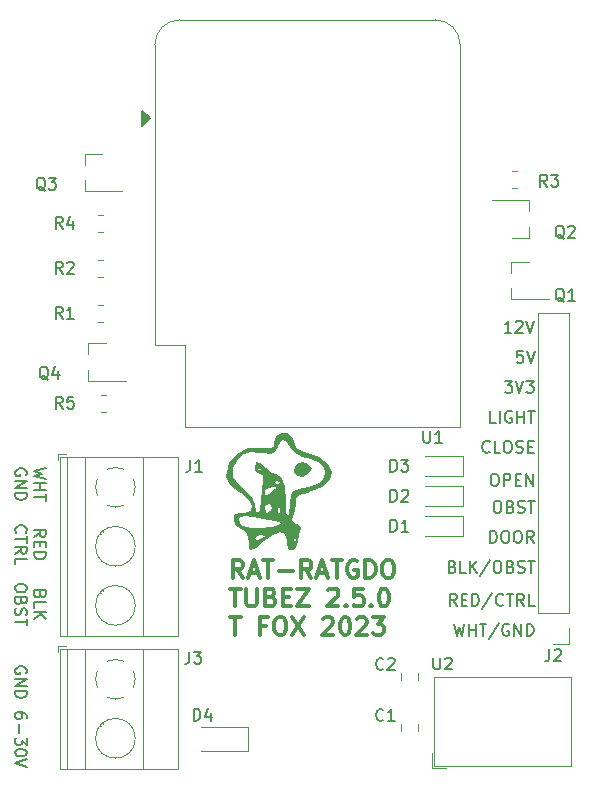
<source format=gto>
%TF.GenerationSoftware,KiCad,Pcbnew,7.0.9*%
%TF.CreationDate,2023-11-09T08:26:50-08:00*%
%TF.ProjectId,RatGDO-OpenSource-D1Mini-ESP8266-Tubez,52617447-444f-42d4-9f70-656e536f7572,2.5.0*%
%TF.SameCoordinates,Original*%
%TF.FileFunction,Legend,Top*%
%TF.FilePolarity,Positive*%
%FSLAX46Y46*%
G04 Gerber Fmt 4.6, Leading zero omitted, Abs format (unit mm)*
G04 Created by KiCad (PCBNEW 7.0.9) date 2023-11-09 08:26:50*
%MOMM*%
%LPD*%
G01*
G04 APERTURE LIST*
%ADD10C,0.150000*%
%ADD11C,0.300000*%
%ADD12C,0.120000*%
G04 APERTURE END LIST*
D10*
X117818180Y-101465142D02*
X118294371Y-101131809D01*
X117818180Y-100893714D02*
X118818180Y-100893714D01*
X118818180Y-100893714D02*
X118818180Y-101274666D01*
X118818180Y-101274666D02*
X118770561Y-101369904D01*
X118770561Y-101369904D02*
X118722942Y-101417523D01*
X118722942Y-101417523D02*
X118627704Y-101465142D01*
X118627704Y-101465142D02*
X118484847Y-101465142D01*
X118484847Y-101465142D02*
X118389609Y-101417523D01*
X118389609Y-101417523D02*
X118341990Y-101369904D01*
X118341990Y-101369904D02*
X118294371Y-101274666D01*
X118294371Y-101274666D02*
X118294371Y-100893714D01*
X118341990Y-101893714D02*
X118341990Y-102227047D01*
X117818180Y-102369904D02*
X117818180Y-101893714D01*
X117818180Y-101893714D02*
X118818180Y-101893714D01*
X118818180Y-101893714D02*
X118818180Y-102369904D01*
X117818180Y-102798476D02*
X118818180Y-102798476D01*
X118818180Y-102798476D02*
X118818180Y-103036571D01*
X118818180Y-103036571D02*
X118770561Y-103179428D01*
X118770561Y-103179428D02*
X118675323Y-103274666D01*
X118675323Y-103274666D02*
X118580085Y-103322285D01*
X118580085Y-103322285D02*
X118389609Y-103369904D01*
X118389609Y-103369904D02*
X118246752Y-103369904D01*
X118246752Y-103369904D02*
X118056276Y-103322285D01*
X118056276Y-103322285D02*
X117961038Y-103274666D01*
X117961038Y-103274666D02*
X117865800Y-103179428D01*
X117865800Y-103179428D02*
X117818180Y-103036571D01*
X117818180Y-103036571D02*
X117818180Y-102798476D01*
X116303419Y-101131809D02*
X116255800Y-101084190D01*
X116255800Y-101084190D02*
X116208180Y-100941333D01*
X116208180Y-100941333D02*
X116208180Y-100846095D01*
X116208180Y-100846095D02*
X116255800Y-100703238D01*
X116255800Y-100703238D02*
X116351038Y-100608000D01*
X116351038Y-100608000D02*
X116446276Y-100560381D01*
X116446276Y-100560381D02*
X116636752Y-100512762D01*
X116636752Y-100512762D02*
X116779609Y-100512762D01*
X116779609Y-100512762D02*
X116970085Y-100560381D01*
X116970085Y-100560381D02*
X117065323Y-100608000D01*
X117065323Y-100608000D02*
X117160561Y-100703238D01*
X117160561Y-100703238D02*
X117208180Y-100846095D01*
X117208180Y-100846095D02*
X117208180Y-100941333D01*
X117208180Y-100941333D02*
X117160561Y-101084190D01*
X117160561Y-101084190D02*
X117112942Y-101131809D01*
X117208180Y-101417524D02*
X117208180Y-101988952D01*
X116208180Y-101703238D02*
X117208180Y-101703238D01*
X116208180Y-102893714D02*
X116684371Y-102560381D01*
X116208180Y-102322286D02*
X117208180Y-102322286D01*
X117208180Y-102322286D02*
X117208180Y-102703238D01*
X117208180Y-102703238D02*
X117160561Y-102798476D01*
X117160561Y-102798476D02*
X117112942Y-102846095D01*
X117112942Y-102846095D02*
X117017704Y-102893714D01*
X117017704Y-102893714D02*
X116874847Y-102893714D01*
X116874847Y-102893714D02*
X116779609Y-102846095D01*
X116779609Y-102846095D02*
X116731990Y-102798476D01*
X116731990Y-102798476D02*
X116684371Y-102703238D01*
X116684371Y-102703238D02*
X116684371Y-102322286D01*
X116208180Y-103798476D02*
X116208180Y-103322286D01*
X116208180Y-103322286D02*
X117208180Y-103322286D01*
X153594016Y-107311819D02*
X153260683Y-106835628D01*
X153022588Y-107311819D02*
X153022588Y-106311819D01*
X153022588Y-106311819D02*
X153403540Y-106311819D01*
X153403540Y-106311819D02*
X153498778Y-106359438D01*
X153498778Y-106359438D02*
X153546397Y-106407057D01*
X153546397Y-106407057D02*
X153594016Y-106502295D01*
X153594016Y-106502295D02*
X153594016Y-106645152D01*
X153594016Y-106645152D02*
X153546397Y-106740390D01*
X153546397Y-106740390D02*
X153498778Y-106788009D01*
X153498778Y-106788009D02*
X153403540Y-106835628D01*
X153403540Y-106835628D02*
X153022588Y-106835628D01*
X154022588Y-106788009D02*
X154355921Y-106788009D01*
X154498778Y-107311819D02*
X154022588Y-107311819D01*
X154022588Y-107311819D02*
X154022588Y-106311819D01*
X154022588Y-106311819D02*
X154498778Y-106311819D01*
X154927350Y-107311819D02*
X154927350Y-106311819D01*
X154927350Y-106311819D02*
X155165445Y-106311819D01*
X155165445Y-106311819D02*
X155308302Y-106359438D01*
X155308302Y-106359438D02*
X155403540Y-106454676D01*
X155403540Y-106454676D02*
X155451159Y-106549914D01*
X155451159Y-106549914D02*
X155498778Y-106740390D01*
X155498778Y-106740390D02*
X155498778Y-106883247D01*
X155498778Y-106883247D02*
X155451159Y-107073723D01*
X155451159Y-107073723D02*
X155403540Y-107168961D01*
X155403540Y-107168961D02*
X155308302Y-107264200D01*
X155308302Y-107264200D02*
X155165445Y-107311819D01*
X155165445Y-107311819D02*
X154927350Y-107311819D01*
X156641635Y-106264200D02*
X155784493Y-107549914D01*
X157546397Y-107216580D02*
X157498778Y-107264200D01*
X157498778Y-107264200D02*
X157355921Y-107311819D01*
X157355921Y-107311819D02*
X157260683Y-107311819D01*
X157260683Y-107311819D02*
X157117826Y-107264200D01*
X157117826Y-107264200D02*
X157022588Y-107168961D01*
X157022588Y-107168961D02*
X156974969Y-107073723D01*
X156974969Y-107073723D02*
X156927350Y-106883247D01*
X156927350Y-106883247D02*
X156927350Y-106740390D01*
X156927350Y-106740390D02*
X156974969Y-106549914D01*
X156974969Y-106549914D02*
X157022588Y-106454676D01*
X157022588Y-106454676D02*
X157117826Y-106359438D01*
X157117826Y-106359438D02*
X157260683Y-106311819D01*
X157260683Y-106311819D02*
X157355921Y-106311819D01*
X157355921Y-106311819D02*
X157498778Y-106359438D01*
X157498778Y-106359438D02*
X157546397Y-106407057D01*
X157832112Y-106311819D02*
X158403540Y-106311819D01*
X158117826Y-107311819D02*
X158117826Y-106311819D01*
X159308302Y-107311819D02*
X158974969Y-106835628D01*
X158736874Y-107311819D02*
X158736874Y-106311819D01*
X158736874Y-106311819D02*
X159117826Y-106311819D01*
X159117826Y-106311819D02*
X159213064Y-106359438D01*
X159213064Y-106359438D02*
X159260683Y-106407057D01*
X159260683Y-106407057D02*
X159308302Y-106502295D01*
X159308302Y-106502295D02*
X159308302Y-106645152D01*
X159308302Y-106645152D02*
X159260683Y-106740390D01*
X159260683Y-106740390D02*
X159213064Y-106788009D01*
X159213064Y-106788009D02*
X159117826Y-106835628D01*
X159117826Y-106835628D02*
X158736874Y-106835628D01*
X160213064Y-107311819D02*
X159736874Y-107311819D01*
X159736874Y-107311819D02*
X159736874Y-106311819D01*
X117208180Y-116808476D02*
X117208180Y-116618000D01*
X117208180Y-116618000D02*
X117160561Y-116522762D01*
X117160561Y-116522762D02*
X117112942Y-116475143D01*
X117112942Y-116475143D02*
X116970085Y-116379905D01*
X116970085Y-116379905D02*
X116779609Y-116332286D01*
X116779609Y-116332286D02*
X116398657Y-116332286D01*
X116398657Y-116332286D02*
X116303419Y-116379905D01*
X116303419Y-116379905D02*
X116255800Y-116427524D01*
X116255800Y-116427524D02*
X116208180Y-116522762D01*
X116208180Y-116522762D02*
X116208180Y-116713238D01*
X116208180Y-116713238D02*
X116255800Y-116808476D01*
X116255800Y-116808476D02*
X116303419Y-116856095D01*
X116303419Y-116856095D02*
X116398657Y-116903714D01*
X116398657Y-116903714D02*
X116636752Y-116903714D01*
X116636752Y-116903714D02*
X116731990Y-116856095D01*
X116731990Y-116856095D02*
X116779609Y-116808476D01*
X116779609Y-116808476D02*
X116827228Y-116713238D01*
X116827228Y-116713238D02*
X116827228Y-116522762D01*
X116827228Y-116522762D02*
X116779609Y-116427524D01*
X116779609Y-116427524D02*
X116731990Y-116379905D01*
X116731990Y-116379905D02*
X116636752Y-116332286D01*
X116589133Y-117332286D02*
X116589133Y-118094191D01*
X117208180Y-118475143D02*
X117208180Y-119094190D01*
X117208180Y-119094190D02*
X116827228Y-118760857D01*
X116827228Y-118760857D02*
X116827228Y-118903714D01*
X116827228Y-118903714D02*
X116779609Y-118998952D01*
X116779609Y-118998952D02*
X116731990Y-119046571D01*
X116731990Y-119046571D02*
X116636752Y-119094190D01*
X116636752Y-119094190D02*
X116398657Y-119094190D01*
X116398657Y-119094190D02*
X116303419Y-119046571D01*
X116303419Y-119046571D02*
X116255800Y-118998952D01*
X116255800Y-118998952D02*
X116208180Y-118903714D01*
X116208180Y-118903714D02*
X116208180Y-118618000D01*
X116208180Y-118618000D02*
X116255800Y-118522762D01*
X116255800Y-118522762D02*
X116303419Y-118475143D01*
X117208180Y-119713238D02*
X117208180Y-119808476D01*
X117208180Y-119808476D02*
X117160561Y-119903714D01*
X117160561Y-119903714D02*
X117112942Y-119951333D01*
X117112942Y-119951333D02*
X117017704Y-119998952D01*
X117017704Y-119998952D02*
X116827228Y-120046571D01*
X116827228Y-120046571D02*
X116589133Y-120046571D01*
X116589133Y-120046571D02*
X116398657Y-119998952D01*
X116398657Y-119998952D02*
X116303419Y-119951333D01*
X116303419Y-119951333D02*
X116255800Y-119903714D01*
X116255800Y-119903714D02*
X116208180Y-119808476D01*
X116208180Y-119808476D02*
X116208180Y-119713238D01*
X116208180Y-119713238D02*
X116255800Y-119618000D01*
X116255800Y-119618000D02*
X116303419Y-119570381D01*
X116303419Y-119570381D02*
X116398657Y-119522762D01*
X116398657Y-119522762D02*
X116589133Y-119475143D01*
X116589133Y-119475143D02*
X116827228Y-119475143D01*
X116827228Y-119475143D02*
X117017704Y-119522762D01*
X117017704Y-119522762D02*
X117112942Y-119570381D01*
X117112942Y-119570381D02*
X117160561Y-119618000D01*
X117160561Y-119618000D02*
X117208180Y-119713238D01*
X117208180Y-120332286D02*
X116208180Y-120665619D01*
X116208180Y-120665619D02*
X117208180Y-120998952D01*
D11*
X135523653Y-104952828D02*
X135023653Y-104238542D01*
X134666510Y-104952828D02*
X134666510Y-103452828D01*
X134666510Y-103452828D02*
X135237939Y-103452828D01*
X135237939Y-103452828D02*
X135380796Y-103524257D01*
X135380796Y-103524257D02*
X135452225Y-103595685D01*
X135452225Y-103595685D02*
X135523653Y-103738542D01*
X135523653Y-103738542D02*
X135523653Y-103952828D01*
X135523653Y-103952828D02*
X135452225Y-104095685D01*
X135452225Y-104095685D02*
X135380796Y-104167114D01*
X135380796Y-104167114D02*
X135237939Y-104238542D01*
X135237939Y-104238542D02*
X134666510Y-104238542D01*
X136095082Y-104524257D02*
X136809368Y-104524257D01*
X135952225Y-104952828D02*
X136452225Y-103452828D01*
X136452225Y-103452828D02*
X136952225Y-104952828D01*
X137237939Y-103452828D02*
X138095082Y-103452828D01*
X137666510Y-104952828D02*
X137666510Y-103452828D01*
X138595081Y-104381400D02*
X139737939Y-104381400D01*
X141309367Y-104952828D02*
X140809367Y-104238542D01*
X140452224Y-104952828D02*
X140452224Y-103452828D01*
X140452224Y-103452828D02*
X141023653Y-103452828D01*
X141023653Y-103452828D02*
X141166510Y-103524257D01*
X141166510Y-103524257D02*
X141237939Y-103595685D01*
X141237939Y-103595685D02*
X141309367Y-103738542D01*
X141309367Y-103738542D02*
X141309367Y-103952828D01*
X141309367Y-103952828D02*
X141237939Y-104095685D01*
X141237939Y-104095685D02*
X141166510Y-104167114D01*
X141166510Y-104167114D02*
X141023653Y-104238542D01*
X141023653Y-104238542D02*
X140452224Y-104238542D01*
X141880796Y-104524257D02*
X142595082Y-104524257D01*
X141737939Y-104952828D02*
X142237939Y-103452828D01*
X142237939Y-103452828D02*
X142737939Y-104952828D01*
X143023653Y-103452828D02*
X143880796Y-103452828D01*
X143452224Y-104952828D02*
X143452224Y-103452828D01*
X145166510Y-103524257D02*
X145023653Y-103452828D01*
X145023653Y-103452828D02*
X144809367Y-103452828D01*
X144809367Y-103452828D02*
X144595081Y-103524257D01*
X144595081Y-103524257D02*
X144452224Y-103667114D01*
X144452224Y-103667114D02*
X144380795Y-103809971D01*
X144380795Y-103809971D02*
X144309367Y-104095685D01*
X144309367Y-104095685D02*
X144309367Y-104309971D01*
X144309367Y-104309971D02*
X144380795Y-104595685D01*
X144380795Y-104595685D02*
X144452224Y-104738542D01*
X144452224Y-104738542D02*
X144595081Y-104881400D01*
X144595081Y-104881400D02*
X144809367Y-104952828D01*
X144809367Y-104952828D02*
X144952224Y-104952828D01*
X144952224Y-104952828D02*
X145166510Y-104881400D01*
X145166510Y-104881400D02*
X145237938Y-104809971D01*
X145237938Y-104809971D02*
X145237938Y-104309971D01*
X145237938Y-104309971D02*
X144952224Y-104309971D01*
X145880795Y-104952828D02*
X145880795Y-103452828D01*
X145880795Y-103452828D02*
X146237938Y-103452828D01*
X146237938Y-103452828D02*
X146452224Y-103524257D01*
X146452224Y-103524257D02*
X146595081Y-103667114D01*
X146595081Y-103667114D02*
X146666510Y-103809971D01*
X146666510Y-103809971D02*
X146737938Y-104095685D01*
X146737938Y-104095685D02*
X146737938Y-104309971D01*
X146737938Y-104309971D02*
X146666510Y-104595685D01*
X146666510Y-104595685D02*
X146595081Y-104738542D01*
X146595081Y-104738542D02*
X146452224Y-104881400D01*
X146452224Y-104881400D02*
X146237938Y-104952828D01*
X146237938Y-104952828D02*
X145880795Y-104952828D01*
X147666510Y-103452828D02*
X147952224Y-103452828D01*
X147952224Y-103452828D02*
X148095081Y-103524257D01*
X148095081Y-103524257D02*
X148237938Y-103667114D01*
X148237938Y-103667114D02*
X148309367Y-103952828D01*
X148309367Y-103952828D02*
X148309367Y-104452828D01*
X148309367Y-104452828D02*
X148237938Y-104738542D01*
X148237938Y-104738542D02*
X148095081Y-104881400D01*
X148095081Y-104881400D02*
X147952224Y-104952828D01*
X147952224Y-104952828D02*
X147666510Y-104952828D01*
X147666510Y-104952828D02*
X147523653Y-104881400D01*
X147523653Y-104881400D02*
X147380795Y-104738542D01*
X147380795Y-104738542D02*
X147309367Y-104452828D01*
X147309367Y-104452828D02*
X147309367Y-103952828D01*
X147309367Y-103952828D02*
X147380795Y-103667114D01*
X147380795Y-103667114D02*
X147523653Y-103524257D01*
X147523653Y-103524257D02*
X147666510Y-103452828D01*
X134452225Y-105867828D02*
X135309368Y-105867828D01*
X134880796Y-107367828D02*
X134880796Y-105867828D01*
X135809367Y-105867828D02*
X135809367Y-107082114D01*
X135809367Y-107082114D02*
X135880796Y-107224971D01*
X135880796Y-107224971D02*
X135952225Y-107296400D01*
X135952225Y-107296400D02*
X136095082Y-107367828D01*
X136095082Y-107367828D02*
X136380796Y-107367828D01*
X136380796Y-107367828D02*
X136523653Y-107296400D01*
X136523653Y-107296400D02*
X136595082Y-107224971D01*
X136595082Y-107224971D02*
X136666510Y-107082114D01*
X136666510Y-107082114D02*
X136666510Y-105867828D01*
X137880796Y-106582114D02*
X138095082Y-106653542D01*
X138095082Y-106653542D02*
X138166511Y-106724971D01*
X138166511Y-106724971D02*
X138237939Y-106867828D01*
X138237939Y-106867828D02*
X138237939Y-107082114D01*
X138237939Y-107082114D02*
X138166511Y-107224971D01*
X138166511Y-107224971D02*
X138095082Y-107296400D01*
X138095082Y-107296400D02*
X137952225Y-107367828D01*
X137952225Y-107367828D02*
X137380796Y-107367828D01*
X137380796Y-107367828D02*
X137380796Y-105867828D01*
X137380796Y-105867828D02*
X137880796Y-105867828D01*
X137880796Y-105867828D02*
X138023654Y-105939257D01*
X138023654Y-105939257D02*
X138095082Y-106010685D01*
X138095082Y-106010685D02*
X138166511Y-106153542D01*
X138166511Y-106153542D02*
X138166511Y-106296400D01*
X138166511Y-106296400D02*
X138095082Y-106439257D01*
X138095082Y-106439257D02*
X138023654Y-106510685D01*
X138023654Y-106510685D02*
X137880796Y-106582114D01*
X137880796Y-106582114D02*
X137380796Y-106582114D01*
X138880796Y-106582114D02*
X139380796Y-106582114D01*
X139595082Y-107367828D02*
X138880796Y-107367828D01*
X138880796Y-107367828D02*
X138880796Y-105867828D01*
X138880796Y-105867828D02*
X139595082Y-105867828D01*
X140095082Y-105867828D02*
X141095082Y-105867828D01*
X141095082Y-105867828D02*
X140095082Y-107367828D01*
X140095082Y-107367828D02*
X141095082Y-107367828D01*
X142737939Y-106010685D02*
X142809367Y-105939257D01*
X142809367Y-105939257D02*
X142952225Y-105867828D01*
X142952225Y-105867828D02*
X143309367Y-105867828D01*
X143309367Y-105867828D02*
X143452225Y-105939257D01*
X143452225Y-105939257D02*
X143523653Y-106010685D01*
X143523653Y-106010685D02*
X143595082Y-106153542D01*
X143595082Y-106153542D02*
X143595082Y-106296400D01*
X143595082Y-106296400D02*
X143523653Y-106510685D01*
X143523653Y-106510685D02*
X142666510Y-107367828D01*
X142666510Y-107367828D02*
X143595082Y-107367828D01*
X144237938Y-107224971D02*
X144309367Y-107296400D01*
X144309367Y-107296400D02*
X144237938Y-107367828D01*
X144237938Y-107367828D02*
X144166510Y-107296400D01*
X144166510Y-107296400D02*
X144237938Y-107224971D01*
X144237938Y-107224971D02*
X144237938Y-107367828D01*
X145666510Y-105867828D02*
X144952224Y-105867828D01*
X144952224Y-105867828D02*
X144880796Y-106582114D01*
X144880796Y-106582114D02*
X144952224Y-106510685D01*
X144952224Y-106510685D02*
X145095082Y-106439257D01*
X145095082Y-106439257D02*
X145452224Y-106439257D01*
X145452224Y-106439257D02*
X145595082Y-106510685D01*
X145595082Y-106510685D02*
X145666510Y-106582114D01*
X145666510Y-106582114D02*
X145737939Y-106724971D01*
X145737939Y-106724971D02*
X145737939Y-107082114D01*
X145737939Y-107082114D02*
X145666510Y-107224971D01*
X145666510Y-107224971D02*
X145595082Y-107296400D01*
X145595082Y-107296400D02*
X145452224Y-107367828D01*
X145452224Y-107367828D02*
X145095082Y-107367828D01*
X145095082Y-107367828D02*
X144952224Y-107296400D01*
X144952224Y-107296400D02*
X144880796Y-107224971D01*
X146380795Y-107224971D02*
X146452224Y-107296400D01*
X146452224Y-107296400D02*
X146380795Y-107367828D01*
X146380795Y-107367828D02*
X146309367Y-107296400D01*
X146309367Y-107296400D02*
X146380795Y-107224971D01*
X146380795Y-107224971D02*
X146380795Y-107367828D01*
X147380796Y-105867828D02*
X147523653Y-105867828D01*
X147523653Y-105867828D02*
X147666510Y-105939257D01*
X147666510Y-105939257D02*
X147737939Y-106010685D01*
X147737939Y-106010685D02*
X147809367Y-106153542D01*
X147809367Y-106153542D02*
X147880796Y-106439257D01*
X147880796Y-106439257D02*
X147880796Y-106796400D01*
X147880796Y-106796400D02*
X147809367Y-107082114D01*
X147809367Y-107082114D02*
X147737939Y-107224971D01*
X147737939Y-107224971D02*
X147666510Y-107296400D01*
X147666510Y-107296400D02*
X147523653Y-107367828D01*
X147523653Y-107367828D02*
X147380796Y-107367828D01*
X147380796Y-107367828D02*
X147237939Y-107296400D01*
X147237939Y-107296400D02*
X147166510Y-107224971D01*
X147166510Y-107224971D02*
X147095081Y-107082114D01*
X147095081Y-107082114D02*
X147023653Y-106796400D01*
X147023653Y-106796400D02*
X147023653Y-106439257D01*
X147023653Y-106439257D02*
X147095081Y-106153542D01*
X147095081Y-106153542D02*
X147166510Y-106010685D01*
X147166510Y-106010685D02*
X147237939Y-105939257D01*
X147237939Y-105939257D02*
X147380796Y-105867828D01*
X134452225Y-108282828D02*
X135309368Y-108282828D01*
X134880796Y-109782828D02*
X134880796Y-108282828D01*
X137452224Y-108997114D02*
X136952224Y-108997114D01*
X136952224Y-109782828D02*
X136952224Y-108282828D01*
X136952224Y-108282828D02*
X137666510Y-108282828D01*
X138523653Y-108282828D02*
X138809367Y-108282828D01*
X138809367Y-108282828D02*
X138952224Y-108354257D01*
X138952224Y-108354257D02*
X139095081Y-108497114D01*
X139095081Y-108497114D02*
X139166510Y-108782828D01*
X139166510Y-108782828D02*
X139166510Y-109282828D01*
X139166510Y-109282828D02*
X139095081Y-109568542D01*
X139095081Y-109568542D02*
X138952224Y-109711400D01*
X138952224Y-109711400D02*
X138809367Y-109782828D01*
X138809367Y-109782828D02*
X138523653Y-109782828D01*
X138523653Y-109782828D02*
X138380796Y-109711400D01*
X138380796Y-109711400D02*
X138237938Y-109568542D01*
X138237938Y-109568542D02*
X138166510Y-109282828D01*
X138166510Y-109282828D02*
X138166510Y-108782828D01*
X138166510Y-108782828D02*
X138237938Y-108497114D01*
X138237938Y-108497114D02*
X138380796Y-108354257D01*
X138380796Y-108354257D02*
X138523653Y-108282828D01*
X139666510Y-108282828D02*
X140666510Y-109782828D01*
X140666510Y-108282828D02*
X139666510Y-109782828D01*
X142309367Y-108425685D02*
X142380795Y-108354257D01*
X142380795Y-108354257D02*
X142523653Y-108282828D01*
X142523653Y-108282828D02*
X142880795Y-108282828D01*
X142880795Y-108282828D02*
X143023653Y-108354257D01*
X143023653Y-108354257D02*
X143095081Y-108425685D01*
X143095081Y-108425685D02*
X143166510Y-108568542D01*
X143166510Y-108568542D02*
X143166510Y-108711400D01*
X143166510Y-108711400D02*
X143095081Y-108925685D01*
X143095081Y-108925685D02*
X142237938Y-109782828D01*
X142237938Y-109782828D02*
X143166510Y-109782828D01*
X144095081Y-108282828D02*
X144237938Y-108282828D01*
X144237938Y-108282828D02*
X144380795Y-108354257D01*
X144380795Y-108354257D02*
X144452224Y-108425685D01*
X144452224Y-108425685D02*
X144523652Y-108568542D01*
X144523652Y-108568542D02*
X144595081Y-108854257D01*
X144595081Y-108854257D02*
X144595081Y-109211400D01*
X144595081Y-109211400D02*
X144523652Y-109497114D01*
X144523652Y-109497114D02*
X144452224Y-109639971D01*
X144452224Y-109639971D02*
X144380795Y-109711400D01*
X144380795Y-109711400D02*
X144237938Y-109782828D01*
X144237938Y-109782828D02*
X144095081Y-109782828D01*
X144095081Y-109782828D02*
X143952224Y-109711400D01*
X143952224Y-109711400D02*
X143880795Y-109639971D01*
X143880795Y-109639971D02*
X143809366Y-109497114D01*
X143809366Y-109497114D02*
X143737938Y-109211400D01*
X143737938Y-109211400D02*
X143737938Y-108854257D01*
X143737938Y-108854257D02*
X143809366Y-108568542D01*
X143809366Y-108568542D02*
X143880795Y-108425685D01*
X143880795Y-108425685D02*
X143952224Y-108354257D01*
X143952224Y-108354257D02*
X144095081Y-108282828D01*
X145166509Y-108425685D02*
X145237937Y-108354257D01*
X145237937Y-108354257D02*
X145380795Y-108282828D01*
X145380795Y-108282828D02*
X145737937Y-108282828D01*
X145737937Y-108282828D02*
X145880795Y-108354257D01*
X145880795Y-108354257D02*
X145952223Y-108425685D01*
X145952223Y-108425685D02*
X146023652Y-108568542D01*
X146023652Y-108568542D02*
X146023652Y-108711400D01*
X146023652Y-108711400D02*
X145952223Y-108925685D01*
X145952223Y-108925685D02*
X145095080Y-109782828D01*
X145095080Y-109782828D02*
X146023652Y-109782828D01*
X146523651Y-108282828D02*
X147452223Y-108282828D01*
X147452223Y-108282828D02*
X146952223Y-108854257D01*
X146952223Y-108854257D02*
X147166508Y-108854257D01*
X147166508Y-108854257D02*
X147309366Y-108925685D01*
X147309366Y-108925685D02*
X147380794Y-108997114D01*
X147380794Y-108997114D02*
X147452223Y-109139971D01*
X147452223Y-109139971D02*
X147452223Y-109497114D01*
X147452223Y-109497114D02*
X147380794Y-109639971D01*
X147380794Y-109639971D02*
X147309366Y-109711400D01*
X147309366Y-109711400D02*
X147166508Y-109782828D01*
X147166508Y-109782828D02*
X146737937Y-109782828D01*
X146737937Y-109782828D02*
X146595080Y-109711400D01*
X146595080Y-109711400D02*
X146523651Y-109639971D01*
D10*
X159213064Y-85737819D02*
X158736874Y-85737819D01*
X158736874Y-85737819D02*
X158689255Y-86214009D01*
X158689255Y-86214009D02*
X158736874Y-86166390D01*
X158736874Y-86166390D02*
X158832112Y-86118771D01*
X158832112Y-86118771D02*
X159070207Y-86118771D01*
X159070207Y-86118771D02*
X159165445Y-86166390D01*
X159165445Y-86166390D02*
X159213064Y-86214009D01*
X159213064Y-86214009D02*
X159260683Y-86309247D01*
X159260683Y-86309247D02*
X159260683Y-86547342D01*
X159260683Y-86547342D02*
X159213064Y-86642580D01*
X159213064Y-86642580D02*
X159165445Y-86690200D01*
X159165445Y-86690200D02*
X159070207Y-86737819D01*
X159070207Y-86737819D02*
X158832112Y-86737819D01*
X158832112Y-86737819D02*
X158736874Y-86690200D01*
X158736874Y-86690200D02*
X158689255Y-86642580D01*
X159546398Y-85737819D02*
X159879731Y-86737819D01*
X159879731Y-86737819D02*
X160213064Y-85737819D01*
X118818180Y-95694667D02*
X117818180Y-95932762D01*
X117818180Y-95932762D02*
X118532466Y-96123238D01*
X118532466Y-96123238D02*
X117818180Y-96313714D01*
X117818180Y-96313714D02*
X118818180Y-96551810D01*
X117818180Y-96932762D02*
X118818180Y-96932762D01*
X118341990Y-96932762D02*
X118341990Y-97504190D01*
X117818180Y-97504190D02*
X118818180Y-97504190D01*
X118818180Y-97837524D02*
X118818180Y-98408952D01*
X117818180Y-98123238D02*
X118818180Y-98123238D01*
X117160561Y-96266095D02*
X117208180Y-96170857D01*
X117208180Y-96170857D02*
X117208180Y-96028000D01*
X117208180Y-96028000D02*
X117160561Y-95885143D01*
X117160561Y-95885143D02*
X117065323Y-95789905D01*
X117065323Y-95789905D02*
X116970085Y-95742286D01*
X116970085Y-95742286D02*
X116779609Y-95694667D01*
X116779609Y-95694667D02*
X116636752Y-95694667D01*
X116636752Y-95694667D02*
X116446276Y-95742286D01*
X116446276Y-95742286D02*
X116351038Y-95789905D01*
X116351038Y-95789905D02*
X116255800Y-95885143D01*
X116255800Y-95885143D02*
X116208180Y-96028000D01*
X116208180Y-96028000D02*
X116208180Y-96123238D01*
X116208180Y-96123238D02*
X116255800Y-96266095D01*
X116255800Y-96266095D02*
X116303419Y-96313714D01*
X116303419Y-96313714D02*
X116636752Y-96313714D01*
X116636752Y-96313714D02*
X116636752Y-96123238D01*
X116208180Y-96742286D02*
X117208180Y-96742286D01*
X117208180Y-96742286D02*
X116208180Y-97313714D01*
X116208180Y-97313714D02*
X117208180Y-97313714D01*
X116208180Y-97789905D02*
X117208180Y-97789905D01*
X117208180Y-97789905D02*
X117208180Y-98028000D01*
X117208180Y-98028000D02*
X117160561Y-98170857D01*
X117160561Y-98170857D02*
X117065323Y-98266095D01*
X117065323Y-98266095D02*
X116970085Y-98313714D01*
X116970085Y-98313714D02*
X116779609Y-98361333D01*
X116779609Y-98361333D02*
X116636752Y-98361333D01*
X116636752Y-98361333D02*
X116446276Y-98313714D01*
X116446276Y-98313714D02*
X116351038Y-98266095D01*
X116351038Y-98266095D02*
X116255800Y-98170857D01*
X116255800Y-98170857D02*
X116208180Y-98028000D01*
X116208180Y-98028000D02*
X116208180Y-97789905D01*
X156927350Y-91817819D02*
X156451160Y-91817819D01*
X156451160Y-91817819D02*
X156451160Y-90817819D01*
X157260684Y-91817819D02*
X157260684Y-90817819D01*
X158260683Y-90865438D02*
X158165445Y-90817819D01*
X158165445Y-90817819D02*
X158022588Y-90817819D01*
X158022588Y-90817819D02*
X157879731Y-90865438D01*
X157879731Y-90865438D02*
X157784493Y-90960676D01*
X157784493Y-90960676D02*
X157736874Y-91055914D01*
X157736874Y-91055914D02*
X157689255Y-91246390D01*
X157689255Y-91246390D02*
X157689255Y-91389247D01*
X157689255Y-91389247D02*
X157736874Y-91579723D01*
X157736874Y-91579723D02*
X157784493Y-91674961D01*
X157784493Y-91674961D02*
X157879731Y-91770200D01*
X157879731Y-91770200D02*
X158022588Y-91817819D01*
X158022588Y-91817819D02*
X158117826Y-91817819D01*
X158117826Y-91817819D02*
X158260683Y-91770200D01*
X158260683Y-91770200D02*
X158308302Y-91722580D01*
X158308302Y-91722580D02*
X158308302Y-91389247D01*
X158308302Y-91389247D02*
X158117826Y-91389247D01*
X158736874Y-91817819D02*
X158736874Y-90817819D01*
X158736874Y-91294009D02*
X159308302Y-91294009D01*
X159308302Y-91817819D02*
X159308302Y-90817819D01*
X159641636Y-90817819D02*
X160213064Y-90817819D01*
X159927350Y-91817819D02*
X159927350Y-90817819D01*
X158244683Y-84197819D02*
X157673255Y-84197819D01*
X157958969Y-84197819D02*
X157958969Y-83197819D01*
X157958969Y-83197819D02*
X157863731Y-83340676D01*
X157863731Y-83340676D02*
X157768493Y-83435914D01*
X157768493Y-83435914D02*
X157673255Y-83483533D01*
X158625636Y-83293057D02*
X158673255Y-83245438D01*
X158673255Y-83245438D02*
X158768493Y-83197819D01*
X158768493Y-83197819D02*
X159006588Y-83197819D01*
X159006588Y-83197819D02*
X159101826Y-83245438D01*
X159101826Y-83245438D02*
X159149445Y-83293057D01*
X159149445Y-83293057D02*
X159197064Y-83388295D01*
X159197064Y-83388295D02*
X159197064Y-83483533D01*
X159197064Y-83483533D02*
X159149445Y-83626390D01*
X159149445Y-83626390D02*
X158578017Y-84197819D01*
X158578017Y-84197819D02*
X159197064Y-84197819D01*
X159482779Y-83197819D02*
X159816112Y-84197819D01*
X159816112Y-84197819D02*
X160149445Y-83197819D01*
X156451160Y-101977819D02*
X156451160Y-100977819D01*
X156451160Y-100977819D02*
X156689255Y-100977819D01*
X156689255Y-100977819D02*
X156832112Y-101025438D01*
X156832112Y-101025438D02*
X156927350Y-101120676D01*
X156927350Y-101120676D02*
X156974969Y-101215914D01*
X156974969Y-101215914D02*
X157022588Y-101406390D01*
X157022588Y-101406390D02*
X157022588Y-101549247D01*
X157022588Y-101549247D02*
X156974969Y-101739723D01*
X156974969Y-101739723D02*
X156927350Y-101834961D01*
X156927350Y-101834961D02*
X156832112Y-101930200D01*
X156832112Y-101930200D02*
X156689255Y-101977819D01*
X156689255Y-101977819D02*
X156451160Y-101977819D01*
X157641636Y-100977819D02*
X157832112Y-100977819D01*
X157832112Y-100977819D02*
X157927350Y-101025438D01*
X157927350Y-101025438D02*
X158022588Y-101120676D01*
X158022588Y-101120676D02*
X158070207Y-101311152D01*
X158070207Y-101311152D02*
X158070207Y-101644485D01*
X158070207Y-101644485D02*
X158022588Y-101834961D01*
X158022588Y-101834961D02*
X157927350Y-101930200D01*
X157927350Y-101930200D02*
X157832112Y-101977819D01*
X157832112Y-101977819D02*
X157641636Y-101977819D01*
X157641636Y-101977819D02*
X157546398Y-101930200D01*
X157546398Y-101930200D02*
X157451160Y-101834961D01*
X157451160Y-101834961D02*
X157403541Y-101644485D01*
X157403541Y-101644485D02*
X157403541Y-101311152D01*
X157403541Y-101311152D02*
X157451160Y-101120676D01*
X157451160Y-101120676D02*
X157546398Y-101025438D01*
X157546398Y-101025438D02*
X157641636Y-100977819D01*
X158689255Y-100977819D02*
X158879731Y-100977819D01*
X158879731Y-100977819D02*
X158974969Y-101025438D01*
X158974969Y-101025438D02*
X159070207Y-101120676D01*
X159070207Y-101120676D02*
X159117826Y-101311152D01*
X159117826Y-101311152D02*
X159117826Y-101644485D01*
X159117826Y-101644485D02*
X159070207Y-101834961D01*
X159070207Y-101834961D02*
X158974969Y-101930200D01*
X158974969Y-101930200D02*
X158879731Y-101977819D01*
X158879731Y-101977819D02*
X158689255Y-101977819D01*
X158689255Y-101977819D02*
X158594017Y-101930200D01*
X158594017Y-101930200D02*
X158498779Y-101834961D01*
X158498779Y-101834961D02*
X158451160Y-101644485D01*
X158451160Y-101644485D02*
X158451160Y-101311152D01*
X158451160Y-101311152D02*
X158498779Y-101120676D01*
X158498779Y-101120676D02*
X158594017Y-101025438D01*
X158594017Y-101025438D02*
X158689255Y-100977819D01*
X160117826Y-101977819D02*
X159784493Y-101501628D01*
X159546398Y-101977819D02*
X159546398Y-100977819D01*
X159546398Y-100977819D02*
X159927350Y-100977819D01*
X159927350Y-100977819D02*
X160022588Y-101025438D01*
X160022588Y-101025438D02*
X160070207Y-101073057D01*
X160070207Y-101073057D02*
X160117826Y-101168295D01*
X160117826Y-101168295D02*
X160117826Y-101311152D01*
X160117826Y-101311152D02*
X160070207Y-101406390D01*
X160070207Y-101406390D02*
X160022588Y-101454009D01*
X160022588Y-101454009D02*
X159927350Y-101501628D01*
X159927350Y-101501628D02*
X159546398Y-101501628D01*
X117160561Y-113030095D02*
X117208180Y-112934857D01*
X117208180Y-112934857D02*
X117208180Y-112792000D01*
X117208180Y-112792000D02*
X117160561Y-112649143D01*
X117160561Y-112649143D02*
X117065323Y-112553905D01*
X117065323Y-112553905D02*
X116970085Y-112506286D01*
X116970085Y-112506286D02*
X116779609Y-112458667D01*
X116779609Y-112458667D02*
X116636752Y-112458667D01*
X116636752Y-112458667D02*
X116446276Y-112506286D01*
X116446276Y-112506286D02*
X116351038Y-112553905D01*
X116351038Y-112553905D02*
X116255800Y-112649143D01*
X116255800Y-112649143D02*
X116208180Y-112792000D01*
X116208180Y-112792000D02*
X116208180Y-112887238D01*
X116208180Y-112887238D02*
X116255800Y-113030095D01*
X116255800Y-113030095D02*
X116303419Y-113077714D01*
X116303419Y-113077714D02*
X116636752Y-113077714D01*
X116636752Y-113077714D02*
X116636752Y-112887238D01*
X116208180Y-113506286D02*
X117208180Y-113506286D01*
X117208180Y-113506286D02*
X116208180Y-114077714D01*
X116208180Y-114077714D02*
X117208180Y-114077714D01*
X116208180Y-114553905D02*
X117208180Y-114553905D01*
X117208180Y-114553905D02*
X117208180Y-114792000D01*
X117208180Y-114792000D02*
X117160561Y-114934857D01*
X117160561Y-114934857D02*
X117065323Y-115030095D01*
X117065323Y-115030095D02*
X116970085Y-115077714D01*
X116970085Y-115077714D02*
X116779609Y-115125333D01*
X116779609Y-115125333D02*
X116636752Y-115125333D01*
X116636752Y-115125333D02*
X116446276Y-115077714D01*
X116446276Y-115077714D02*
X116351038Y-115030095D01*
X116351038Y-115030095D02*
X116255800Y-114934857D01*
X116255800Y-114934857D02*
X116208180Y-114792000D01*
X116208180Y-114792000D02*
X116208180Y-114553905D01*
X153403541Y-108851819D02*
X153641636Y-109851819D01*
X153641636Y-109851819D02*
X153832112Y-109137533D01*
X153832112Y-109137533D02*
X154022588Y-109851819D01*
X154022588Y-109851819D02*
X154260684Y-108851819D01*
X154641636Y-109851819D02*
X154641636Y-108851819D01*
X154641636Y-109328009D02*
X155213064Y-109328009D01*
X155213064Y-109851819D02*
X155213064Y-108851819D01*
X155546398Y-108851819D02*
X156117826Y-108851819D01*
X155832112Y-109851819D02*
X155832112Y-108851819D01*
X157165445Y-108804200D02*
X156308303Y-110089914D01*
X158022588Y-108899438D02*
X157927350Y-108851819D01*
X157927350Y-108851819D02*
X157784493Y-108851819D01*
X157784493Y-108851819D02*
X157641636Y-108899438D01*
X157641636Y-108899438D02*
X157546398Y-108994676D01*
X157546398Y-108994676D02*
X157498779Y-109089914D01*
X157498779Y-109089914D02*
X157451160Y-109280390D01*
X157451160Y-109280390D02*
X157451160Y-109423247D01*
X157451160Y-109423247D02*
X157498779Y-109613723D01*
X157498779Y-109613723D02*
X157546398Y-109708961D01*
X157546398Y-109708961D02*
X157641636Y-109804200D01*
X157641636Y-109804200D02*
X157784493Y-109851819D01*
X157784493Y-109851819D02*
X157879731Y-109851819D01*
X157879731Y-109851819D02*
X158022588Y-109804200D01*
X158022588Y-109804200D02*
X158070207Y-109756580D01*
X158070207Y-109756580D02*
X158070207Y-109423247D01*
X158070207Y-109423247D02*
X157879731Y-109423247D01*
X158498779Y-109851819D02*
X158498779Y-108851819D01*
X158498779Y-108851819D02*
X159070207Y-109851819D01*
X159070207Y-109851819D02*
X159070207Y-108851819D01*
X159546398Y-109851819D02*
X159546398Y-108851819D01*
X159546398Y-108851819D02*
X159784493Y-108851819D01*
X159784493Y-108851819D02*
X159927350Y-108899438D01*
X159927350Y-108899438D02*
X160022588Y-108994676D01*
X160022588Y-108994676D02*
X160070207Y-109089914D01*
X160070207Y-109089914D02*
X160117826Y-109280390D01*
X160117826Y-109280390D02*
X160117826Y-109423247D01*
X160117826Y-109423247D02*
X160070207Y-109613723D01*
X160070207Y-109613723D02*
X160022588Y-109708961D01*
X160022588Y-109708961D02*
X159927350Y-109804200D01*
X159927350Y-109804200D02*
X159784493Y-109851819D01*
X159784493Y-109851819D02*
X159546398Y-109851819D01*
X157689255Y-88277819D02*
X158308302Y-88277819D01*
X158308302Y-88277819D02*
X157974969Y-88658771D01*
X157974969Y-88658771D02*
X158117826Y-88658771D01*
X158117826Y-88658771D02*
X158213064Y-88706390D01*
X158213064Y-88706390D02*
X158260683Y-88754009D01*
X158260683Y-88754009D02*
X158308302Y-88849247D01*
X158308302Y-88849247D02*
X158308302Y-89087342D01*
X158308302Y-89087342D02*
X158260683Y-89182580D01*
X158260683Y-89182580D02*
X158213064Y-89230200D01*
X158213064Y-89230200D02*
X158117826Y-89277819D01*
X158117826Y-89277819D02*
X157832112Y-89277819D01*
X157832112Y-89277819D02*
X157736874Y-89230200D01*
X157736874Y-89230200D02*
X157689255Y-89182580D01*
X158594017Y-88277819D02*
X158927350Y-89277819D01*
X158927350Y-89277819D02*
X159260683Y-88277819D01*
X159498779Y-88277819D02*
X160117826Y-88277819D01*
X160117826Y-88277819D02*
X159784493Y-88658771D01*
X159784493Y-88658771D02*
X159927350Y-88658771D01*
X159927350Y-88658771D02*
X160022588Y-88706390D01*
X160022588Y-88706390D02*
X160070207Y-88754009D01*
X160070207Y-88754009D02*
X160117826Y-88849247D01*
X160117826Y-88849247D02*
X160117826Y-89087342D01*
X160117826Y-89087342D02*
X160070207Y-89182580D01*
X160070207Y-89182580D02*
X160022588Y-89230200D01*
X160022588Y-89230200D02*
X159927350Y-89277819D01*
X159927350Y-89277819D02*
X159641636Y-89277819D01*
X159641636Y-89277819D02*
X159546398Y-89230200D01*
X159546398Y-89230200D02*
X159498779Y-89182580D01*
X156736874Y-96151819D02*
X156927350Y-96151819D01*
X156927350Y-96151819D02*
X157022588Y-96199438D01*
X157022588Y-96199438D02*
X157117826Y-96294676D01*
X157117826Y-96294676D02*
X157165445Y-96485152D01*
X157165445Y-96485152D02*
X157165445Y-96818485D01*
X157165445Y-96818485D02*
X157117826Y-97008961D01*
X157117826Y-97008961D02*
X157022588Y-97104200D01*
X157022588Y-97104200D02*
X156927350Y-97151819D01*
X156927350Y-97151819D02*
X156736874Y-97151819D01*
X156736874Y-97151819D02*
X156641636Y-97104200D01*
X156641636Y-97104200D02*
X156546398Y-97008961D01*
X156546398Y-97008961D02*
X156498779Y-96818485D01*
X156498779Y-96818485D02*
X156498779Y-96485152D01*
X156498779Y-96485152D02*
X156546398Y-96294676D01*
X156546398Y-96294676D02*
X156641636Y-96199438D01*
X156641636Y-96199438D02*
X156736874Y-96151819D01*
X157594017Y-97151819D02*
X157594017Y-96151819D01*
X157594017Y-96151819D02*
X157974969Y-96151819D01*
X157974969Y-96151819D02*
X158070207Y-96199438D01*
X158070207Y-96199438D02*
X158117826Y-96247057D01*
X158117826Y-96247057D02*
X158165445Y-96342295D01*
X158165445Y-96342295D02*
X158165445Y-96485152D01*
X158165445Y-96485152D02*
X158117826Y-96580390D01*
X158117826Y-96580390D02*
X158070207Y-96628009D01*
X158070207Y-96628009D02*
X157974969Y-96675628D01*
X157974969Y-96675628D02*
X157594017Y-96675628D01*
X158594017Y-96628009D02*
X158927350Y-96628009D01*
X159070207Y-97151819D02*
X158594017Y-97151819D01*
X158594017Y-97151819D02*
X158594017Y-96151819D01*
X158594017Y-96151819D02*
X159070207Y-96151819D01*
X159498779Y-97151819D02*
X159498779Y-96151819D01*
X159498779Y-96151819D02*
X160070207Y-97151819D01*
X160070207Y-97151819D02*
X160070207Y-96151819D01*
X153260683Y-103994009D02*
X153403540Y-104041628D01*
X153403540Y-104041628D02*
X153451159Y-104089247D01*
X153451159Y-104089247D02*
X153498778Y-104184485D01*
X153498778Y-104184485D02*
X153498778Y-104327342D01*
X153498778Y-104327342D02*
X153451159Y-104422580D01*
X153451159Y-104422580D02*
X153403540Y-104470200D01*
X153403540Y-104470200D02*
X153308302Y-104517819D01*
X153308302Y-104517819D02*
X152927350Y-104517819D01*
X152927350Y-104517819D02*
X152927350Y-103517819D01*
X152927350Y-103517819D02*
X153260683Y-103517819D01*
X153260683Y-103517819D02*
X153355921Y-103565438D01*
X153355921Y-103565438D02*
X153403540Y-103613057D01*
X153403540Y-103613057D02*
X153451159Y-103708295D01*
X153451159Y-103708295D02*
X153451159Y-103803533D01*
X153451159Y-103803533D02*
X153403540Y-103898771D01*
X153403540Y-103898771D02*
X153355921Y-103946390D01*
X153355921Y-103946390D02*
X153260683Y-103994009D01*
X153260683Y-103994009D02*
X152927350Y-103994009D01*
X154403540Y-104517819D02*
X153927350Y-104517819D01*
X153927350Y-104517819D02*
X153927350Y-103517819D01*
X154736874Y-104517819D02*
X154736874Y-103517819D01*
X155308302Y-104517819D02*
X154879731Y-103946390D01*
X155308302Y-103517819D02*
X154736874Y-104089247D01*
X156451159Y-103470200D02*
X155594017Y-104755914D01*
X156974969Y-103517819D02*
X157165445Y-103517819D01*
X157165445Y-103517819D02*
X157260683Y-103565438D01*
X157260683Y-103565438D02*
X157355921Y-103660676D01*
X157355921Y-103660676D02*
X157403540Y-103851152D01*
X157403540Y-103851152D02*
X157403540Y-104184485D01*
X157403540Y-104184485D02*
X157355921Y-104374961D01*
X157355921Y-104374961D02*
X157260683Y-104470200D01*
X157260683Y-104470200D02*
X157165445Y-104517819D01*
X157165445Y-104517819D02*
X156974969Y-104517819D01*
X156974969Y-104517819D02*
X156879731Y-104470200D01*
X156879731Y-104470200D02*
X156784493Y-104374961D01*
X156784493Y-104374961D02*
X156736874Y-104184485D01*
X156736874Y-104184485D02*
X156736874Y-103851152D01*
X156736874Y-103851152D02*
X156784493Y-103660676D01*
X156784493Y-103660676D02*
X156879731Y-103565438D01*
X156879731Y-103565438D02*
X156974969Y-103517819D01*
X158165445Y-103994009D02*
X158308302Y-104041628D01*
X158308302Y-104041628D02*
X158355921Y-104089247D01*
X158355921Y-104089247D02*
X158403540Y-104184485D01*
X158403540Y-104184485D02*
X158403540Y-104327342D01*
X158403540Y-104327342D02*
X158355921Y-104422580D01*
X158355921Y-104422580D02*
X158308302Y-104470200D01*
X158308302Y-104470200D02*
X158213064Y-104517819D01*
X158213064Y-104517819D02*
X157832112Y-104517819D01*
X157832112Y-104517819D02*
X157832112Y-103517819D01*
X157832112Y-103517819D02*
X158165445Y-103517819D01*
X158165445Y-103517819D02*
X158260683Y-103565438D01*
X158260683Y-103565438D02*
X158308302Y-103613057D01*
X158308302Y-103613057D02*
X158355921Y-103708295D01*
X158355921Y-103708295D02*
X158355921Y-103803533D01*
X158355921Y-103803533D02*
X158308302Y-103898771D01*
X158308302Y-103898771D02*
X158260683Y-103946390D01*
X158260683Y-103946390D02*
X158165445Y-103994009D01*
X158165445Y-103994009D02*
X157832112Y-103994009D01*
X158784493Y-104470200D02*
X158927350Y-104517819D01*
X158927350Y-104517819D02*
X159165445Y-104517819D01*
X159165445Y-104517819D02*
X159260683Y-104470200D01*
X159260683Y-104470200D02*
X159308302Y-104422580D01*
X159308302Y-104422580D02*
X159355921Y-104327342D01*
X159355921Y-104327342D02*
X159355921Y-104232104D01*
X159355921Y-104232104D02*
X159308302Y-104136866D01*
X159308302Y-104136866D02*
X159260683Y-104089247D01*
X159260683Y-104089247D02*
X159165445Y-104041628D01*
X159165445Y-104041628D02*
X158974969Y-103994009D01*
X158974969Y-103994009D02*
X158879731Y-103946390D01*
X158879731Y-103946390D02*
X158832112Y-103898771D01*
X158832112Y-103898771D02*
X158784493Y-103803533D01*
X158784493Y-103803533D02*
X158784493Y-103708295D01*
X158784493Y-103708295D02*
X158832112Y-103613057D01*
X158832112Y-103613057D02*
X158879731Y-103565438D01*
X158879731Y-103565438D02*
X158974969Y-103517819D01*
X158974969Y-103517819D02*
X159213064Y-103517819D01*
X159213064Y-103517819D02*
X159355921Y-103565438D01*
X159641636Y-103517819D02*
X160213064Y-103517819D01*
X159927350Y-104517819D02*
X159927350Y-103517819D01*
X118341990Y-106354666D02*
X118294371Y-106497523D01*
X118294371Y-106497523D02*
X118246752Y-106545142D01*
X118246752Y-106545142D02*
X118151514Y-106592761D01*
X118151514Y-106592761D02*
X118008657Y-106592761D01*
X118008657Y-106592761D02*
X117913419Y-106545142D01*
X117913419Y-106545142D02*
X117865800Y-106497523D01*
X117865800Y-106497523D02*
X117818180Y-106402285D01*
X117818180Y-106402285D02*
X117818180Y-106021333D01*
X117818180Y-106021333D02*
X118818180Y-106021333D01*
X118818180Y-106021333D02*
X118818180Y-106354666D01*
X118818180Y-106354666D02*
X118770561Y-106449904D01*
X118770561Y-106449904D02*
X118722942Y-106497523D01*
X118722942Y-106497523D02*
X118627704Y-106545142D01*
X118627704Y-106545142D02*
X118532466Y-106545142D01*
X118532466Y-106545142D02*
X118437228Y-106497523D01*
X118437228Y-106497523D02*
X118389609Y-106449904D01*
X118389609Y-106449904D02*
X118341990Y-106354666D01*
X118341990Y-106354666D02*
X118341990Y-106021333D01*
X117818180Y-107497523D02*
X117818180Y-107021333D01*
X117818180Y-107021333D02*
X118818180Y-107021333D01*
X117818180Y-107830857D02*
X118818180Y-107830857D01*
X117818180Y-108402285D02*
X118389609Y-107973714D01*
X118818180Y-108402285D02*
X118246752Y-107830857D01*
X117208180Y-105735619D02*
X117208180Y-105926095D01*
X117208180Y-105926095D02*
X117160561Y-106021333D01*
X117160561Y-106021333D02*
X117065323Y-106116571D01*
X117065323Y-106116571D02*
X116874847Y-106164190D01*
X116874847Y-106164190D02*
X116541514Y-106164190D01*
X116541514Y-106164190D02*
X116351038Y-106116571D01*
X116351038Y-106116571D02*
X116255800Y-106021333D01*
X116255800Y-106021333D02*
X116208180Y-105926095D01*
X116208180Y-105926095D02*
X116208180Y-105735619D01*
X116208180Y-105735619D02*
X116255800Y-105640381D01*
X116255800Y-105640381D02*
X116351038Y-105545143D01*
X116351038Y-105545143D02*
X116541514Y-105497524D01*
X116541514Y-105497524D02*
X116874847Y-105497524D01*
X116874847Y-105497524D02*
X117065323Y-105545143D01*
X117065323Y-105545143D02*
X117160561Y-105640381D01*
X117160561Y-105640381D02*
X117208180Y-105735619D01*
X116731990Y-106926095D02*
X116684371Y-107068952D01*
X116684371Y-107068952D02*
X116636752Y-107116571D01*
X116636752Y-107116571D02*
X116541514Y-107164190D01*
X116541514Y-107164190D02*
X116398657Y-107164190D01*
X116398657Y-107164190D02*
X116303419Y-107116571D01*
X116303419Y-107116571D02*
X116255800Y-107068952D01*
X116255800Y-107068952D02*
X116208180Y-106973714D01*
X116208180Y-106973714D02*
X116208180Y-106592762D01*
X116208180Y-106592762D02*
X117208180Y-106592762D01*
X117208180Y-106592762D02*
X117208180Y-106926095D01*
X117208180Y-106926095D02*
X117160561Y-107021333D01*
X117160561Y-107021333D02*
X117112942Y-107068952D01*
X117112942Y-107068952D02*
X117017704Y-107116571D01*
X117017704Y-107116571D02*
X116922466Y-107116571D01*
X116922466Y-107116571D02*
X116827228Y-107068952D01*
X116827228Y-107068952D02*
X116779609Y-107021333D01*
X116779609Y-107021333D02*
X116731990Y-106926095D01*
X116731990Y-106926095D02*
X116731990Y-106592762D01*
X116255800Y-107545143D02*
X116208180Y-107688000D01*
X116208180Y-107688000D02*
X116208180Y-107926095D01*
X116208180Y-107926095D02*
X116255800Y-108021333D01*
X116255800Y-108021333D02*
X116303419Y-108068952D01*
X116303419Y-108068952D02*
X116398657Y-108116571D01*
X116398657Y-108116571D02*
X116493895Y-108116571D01*
X116493895Y-108116571D02*
X116589133Y-108068952D01*
X116589133Y-108068952D02*
X116636752Y-108021333D01*
X116636752Y-108021333D02*
X116684371Y-107926095D01*
X116684371Y-107926095D02*
X116731990Y-107735619D01*
X116731990Y-107735619D02*
X116779609Y-107640381D01*
X116779609Y-107640381D02*
X116827228Y-107592762D01*
X116827228Y-107592762D02*
X116922466Y-107545143D01*
X116922466Y-107545143D02*
X117017704Y-107545143D01*
X117017704Y-107545143D02*
X117112942Y-107592762D01*
X117112942Y-107592762D02*
X117160561Y-107640381D01*
X117160561Y-107640381D02*
X117208180Y-107735619D01*
X117208180Y-107735619D02*
X117208180Y-107973714D01*
X117208180Y-107973714D02*
X117160561Y-108116571D01*
X117208180Y-108402286D02*
X117208180Y-108973714D01*
X116208180Y-108688000D02*
X117208180Y-108688000D01*
X156974969Y-98437819D02*
X157165445Y-98437819D01*
X157165445Y-98437819D02*
X157260683Y-98485438D01*
X157260683Y-98485438D02*
X157355921Y-98580676D01*
X157355921Y-98580676D02*
X157403540Y-98771152D01*
X157403540Y-98771152D02*
X157403540Y-99104485D01*
X157403540Y-99104485D02*
X157355921Y-99294961D01*
X157355921Y-99294961D02*
X157260683Y-99390200D01*
X157260683Y-99390200D02*
X157165445Y-99437819D01*
X157165445Y-99437819D02*
X156974969Y-99437819D01*
X156974969Y-99437819D02*
X156879731Y-99390200D01*
X156879731Y-99390200D02*
X156784493Y-99294961D01*
X156784493Y-99294961D02*
X156736874Y-99104485D01*
X156736874Y-99104485D02*
X156736874Y-98771152D01*
X156736874Y-98771152D02*
X156784493Y-98580676D01*
X156784493Y-98580676D02*
X156879731Y-98485438D01*
X156879731Y-98485438D02*
X156974969Y-98437819D01*
X158165445Y-98914009D02*
X158308302Y-98961628D01*
X158308302Y-98961628D02*
X158355921Y-99009247D01*
X158355921Y-99009247D02*
X158403540Y-99104485D01*
X158403540Y-99104485D02*
X158403540Y-99247342D01*
X158403540Y-99247342D02*
X158355921Y-99342580D01*
X158355921Y-99342580D02*
X158308302Y-99390200D01*
X158308302Y-99390200D02*
X158213064Y-99437819D01*
X158213064Y-99437819D02*
X157832112Y-99437819D01*
X157832112Y-99437819D02*
X157832112Y-98437819D01*
X157832112Y-98437819D02*
X158165445Y-98437819D01*
X158165445Y-98437819D02*
X158260683Y-98485438D01*
X158260683Y-98485438D02*
X158308302Y-98533057D01*
X158308302Y-98533057D02*
X158355921Y-98628295D01*
X158355921Y-98628295D02*
X158355921Y-98723533D01*
X158355921Y-98723533D02*
X158308302Y-98818771D01*
X158308302Y-98818771D02*
X158260683Y-98866390D01*
X158260683Y-98866390D02*
X158165445Y-98914009D01*
X158165445Y-98914009D02*
X157832112Y-98914009D01*
X158784493Y-99390200D02*
X158927350Y-99437819D01*
X158927350Y-99437819D02*
X159165445Y-99437819D01*
X159165445Y-99437819D02*
X159260683Y-99390200D01*
X159260683Y-99390200D02*
X159308302Y-99342580D01*
X159308302Y-99342580D02*
X159355921Y-99247342D01*
X159355921Y-99247342D02*
X159355921Y-99152104D01*
X159355921Y-99152104D02*
X159308302Y-99056866D01*
X159308302Y-99056866D02*
X159260683Y-99009247D01*
X159260683Y-99009247D02*
X159165445Y-98961628D01*
X159165445Y-98961628D02*
X158974969Y-98914009D01*
X158974969Y-98914009D02*
X158879731Y-98866390D01*
X158879731Y-98866390D02*
X158832112Y-98818771D01*
X158832112Y-98818771D02*
X158784493Y-98723533D01*
X158784493Y-98723533D02*
X158784493Y-98628295D01*
X158784493Y-98628295D02*
X158832112Y-98533057D01*
X158832112Y-98533057D02*
X158879731Y-98485438D01*
X158879731Y-98485438D02*
X158974969Y-98437819D01*
X158974969Y-98437819D02*
X159213064Y-98437819D01*
X159213064Y-98437819D02*
X159355921Y-98485438D01*
X159641636Y-98437819D02*
X160213064Y-98437819D01*
X159927350Y-99437819D02*
X159927350Y-98437819D01*
X156403540Y-94262580D02*
X156355921Y-94310200D01*
X156355921Y-94310200D02*
X156213064Y-94357819D01*
X156213064Y-94357819D02*
X156117826Y-94357819D01*
X156117826Y-94357819D02*
X155974969Y-94310200D01*
X155974969Y-94310200D02*
X155879731Y-94214961D01*
X155879731Y-94214961D02*
X155832112Y-94119723D01*
X155832112Y-94119723D02*
X155784493Y-93929247D01*
X155784493Y-93929247D02*
X155784493Y-93786390D01*
X155784493Y-93786390D02*
X155832112Y-93595914D01*
X155832112Y-93595914D02*
X155879731Y-93500676D01*
X155879731Y-93500676D02*
X155974969Y-93405438D01*
X155974969Y-93405438D02*
X156117826Y-93357819D01*
X156117826Y-93357819D02*
X156213064Y-93357819D01*
X156213064Y-93357819D02*
X156355921Y-93405438D01*
X156355921Y-93405438D02*
X156403540Y-93453057D01*
X157308302Y-94357819D02*
X156832112Y-94357819D01*
X156832112Y-94357819D02*
X156832112Y-93357819D01*
X157832112Y-93357819D02*
X158022588Y-93357819D01*
X158022588Y-93357819D02*
X158117826Y-93405438D01*
X158117826Y-93405438D02*
X158213064Y-93500676D01*
X158213064Y-93500676D02*
X158260683Y-93691152D01*
X158260683Y-93691152D02*
X158260683Y-94024485D01*
X158260683Y-94024485D02*
X158213064Y-94214961D01*
X158213064Y-94214961D02*
X158117826Y-94310200D01*
X158117826Y-94310200D02*
X158022588Y-94357819D01*
X158022588Y-94357819D02*
X157832112Y-94357819D01*
X157832112Y-94357819D02*
X157736874Y-94310200D01*
X157736874Y-94310200D02*
X157641636Y-94214961D01*
X157641636Y-94214961D02*
X157594017Y-94024485D01*
X157594017Y-94024485D02*
X157594017Y-93691152D01*
X157594017Y-93691152D02*
X157641636Y-93500676D01*
X157641636Y-93500676D02*
X157736874Y-93405438D01*
X157736874Y-93405438D02*
X157832112Y-93357819D01*
X158641636Y-94310200D02*
X158784493Y-94357819D01*
X158784493Y-94357819D02*
X159022588Y-94357819D01*
X159022588Y-94357819D02*
X159117826Y-94310200D01*
X159117826Y-94310200D02*
X159165445Y-94262580D01*
X159165445Y-94262580D02*
X159213064Y-94167342D01*
X159213064Y-94167342D02*
X159213064Y-94072104D01*
X159213064Y-94072104D02*
X159165445Y-93976866D01*
X159165445Y-93976866D02*
X159117826Y-93929247D01*
X159117826Y-93929247D02*
X159022588Y-93881628D01*
X159022588Y-93881628D02*
X158832112Y-93834009D01*
X158832112Y-93834009D02*
X158736874Y-93786390D01*
X158736874Y-93786390D02*
X158689255Y-93738771D01*
X158689255Y-93738771D02*
X158641636Y-93643533D01*
X158641636Y-93643533D02*
X158641636Y-93548295D01*
X158641636Y-93548295D02*
X158689255Y-93453057D01*
X158689255Y-93453057D02*
X158736874Y-93405438D01*
X158736874Y-93405438D02*
X158832112Y-93357819D01*
X158832112Y-93357819D02*
X159070207Y-93357819D01*
X159070207Y-93357819D02*
X159213064Y-93405438D01*
X159641636Y-93834009D02*
X159974969Y-93834009D01*
X160117826Y-94357819D02*
X159641636Y-94357819D01*
X159641636Y-94357819D02*
X159641636Y-93357819D01*
X159641636Y-93357819D02*
X160117826Y-93357819D01*
X161273833Y-71828819D02*
X160940500Y-71352628D01*
X160702405Y-71828819D02*
X160702405Y-70828819D01*
X160702405Y-70828819D02*
X161083357Y-70828819D01*
X161083357Y-70828819D02*
X161178595Y-70876438D01*
X161178595Y-70876438D02*
X161226214Y-70924057D01*
X161226214Y-70924057D02*
X161273833Y-71019295D01*
X161273833Y-71019295D02*
X161273833Y-71162152D01*
X161273833Y-71162152D02*
X161226214Y-71257390D01*
X161226214Y-71257390D02*
X161178595Y-71305009D01*
X161178595Y-71305009D02*
X161083357Y-71352628D01*
X161083357Y-71352628D02*
X160702405Y-71352628D01*
X161607167Y-70828819D02*
X162226214Y-70828819D01*
X162226214Y-70828819D02*
X161892881Y-71209771D01*
X161892881Y-71209771D02*
X162035738Y-71209771D01*
X162035738Y-71209771D02*
X162130976Y-71257390D01*
X162130976Y-71257390D02*
X162178595Y-71305009D01*
X162178595Y-71305009D02*
X162226214Y-71400247D01*
X162226214Y-71400247D02*
X162226214Y-71638342D01*
X162226214Y-71638342D02*
X162178595Y-71733580D01*
X162178595Y-71733580D02*
X162130976Y-71781200D01*
X162130976Y-71781200D02*
X162035738Y-71828819D01*
X162035738Y-71828819D02*
X161750024Y-71828819D01*
X161750024Y-71828819D02*
X161654786Y-71781200D01*
X161654786Y-71781200D02*
X161607167Y-71733580D01*
X118776761Y-72178057D02*
X118681523Y-72130438D01*
X118681523Y-72130438D02*
X118586285Y-72035200D01*
X118586285Y-72035200D02*
X118443428Y-71892342D01*
X118443428Y-71892342D02*
X118348190Y-71844723D01*
X118348190Y-71844723D02*
X118252952Y-71844723D01*
X118300571Y-72082819D02*
X118205333Y-72035200D01*
X118205333Y-72035200D02*
X118110095Y-71939961D01*
X118110095Y-71939961D02*
X118062476Y-71749485D01*
X118062476Y-71749485D02*
X118062476Y-71416152D01*
X118062476Y-71416152D02*
X118110095Y-71225676D01*
X118110095Y-71225676D02*
X118205333Y-71130438D01*
X118205333Y-71130438D02*
X118300571Y-71082819D01*
X118300571Y-71082819D02*
X118491047Y-71082819D01*
X118491047Y-71082819D02*
X118586285Y-71130438D01*
X118586285Y-71130438D02*
X118681523Y-71225676D01*
X118681523Y-71225676D02*
X118729142Y-71416152D01*
X118729142Y-71416152D02*
X118729142Y-71749485D01*
X118729142Y-71749485D02*
X118681523Y-71939961D01*
X118681523Y-71939961D02*
X118586285Y-72035200D01*
X118586285Y-72035200D02*
X118491047Y-72082819D01*
X118491047Y-72082819D02*
X118300571Y-72082819D01*
X119062476Y-71082819D02*
X119681523Y-71082819D01*
X119681523Y-71082819D02*
X119348190Y-71463771D01*
X119348190Y-71463771D02*
X119491047Y-71463771D01*
X119491047Y-71463771D02*
X119586285Y-71511390D01*
X119586285Y-71511390D02*
X119633904Y-71559009D01*
X119633904Y-71559009D02*
X119681523Y-71654247D01*
X119681523Y-71654247D02*
X119681523Y-71892342D01*
X119681523Y-71892342D02*
X119633904Y-71987580D01*
X119633904Y-71987580D02*
X119586285Y-72035200D01*
X119586285Y-72035200D02*
X119491047Y-72082819D01*
X119491047Y-72082819D02*
X119205333Y-72082819D01*
X119205333Y-72082819D02*
X119110095Y-72035200D01*
X119110095Y-72035200D02*
X119062476Y-71987580D01*
X147998905Y-101038819D02*
X147998905Y-100038819D01*
X147998905Y-100038819D02*
X148237000Y-100038819D01*
X148237000Y-100038819D02*
X148379857Y-100086438D01*
X148379857Y-100086438D02*
X148475095Y-100181676D01*
X148475095Y-100181676D02*
X148522714Y-100276914D01*
X148522714Y-100276914D02*
X148570333Y-100467390D01*
X148570333Y-100467390D02*
X148570333Y-100610247D01*
X148570333Y-100610247D02*
X148522714Y-100800723D01*
X148522714Y-100800723D02*
X148475095Y-100895961D01*
X148475095Y-100895961D02*
X148379857Y-100991200D01*
X148379857Y-100991200D02*
X148237000Y-101038819D01*
X148237000Y-101038819D02*
X147998905Y-101038819D01*
X149522714Y-101038819D02*
X148951286Y-101038819D01*
X149237000Y-101038819D02*
X149237000Y-100038819D01*
X149237000Y-100038819D02*
X149141762Y-100181676D01*
X149141762Y-100181676D02*
X149046524Y-100276914D01*
X149046524Y-100276914D02*
X148951286Y-100324533D01*
X131341905Y-117040819D02*
X131341905Y-116040819D01*
X131341905Y-116040819D02*
X131580000Y-116040819D01*
X131580000Y-116040819D02*
X131722857Y-116088438D01*
X131722857Y-116088438D02*
X131818095Y-116183676D01*
X131818095Y-116183676D02*
X131865714Y-116278914D01*
X131865714Y-116278914D02*
X131913333Y-116469390D01*
X131913333Y-116469390D02*
X131913333Y-116612247D01*
X131913333Y-116612247D02*
X131865714Y-116802723D01*
X131865714Y-116802723D02*
X131818095Y-116897961D01*
X131818095Y-116897961D02*
X131722857Y-116993200D01*
X131722857Y-116993200D02*
X131580000Y-117040819D01*
X131580000Y-117040819D02*
X131341905Y-117040819D01*
X132770476Y-116374152D02*
X132770476Y-117040819D01*
X132532381Y-115993200D02*
X132294286Y-116707485D01*
X132294286Y-116707485D02*
X132913333Y-116707485D01*
X150785595Y-92494819D02*
X150785595Y-93304342D01*
X150785595Y-93304342D02*
X150833214Y-93399580D01*
X150833214Y-93399580D02*
X150880833Y-93447200D01*
X150880833Y-93447200D02*
X150976071Y-93494819D01*
X150976071Y-93494819D02*
X151166547Y-93494819D01*
X151166547Y-93494819D02*
X151261785Y-93447200D01*
X151261785Y-93447200D02*
X151309404Y-93399580D01*
X151309404Y-93399580D02*
X151357023Y-93304342D01*
X151357023Y-93304342D02*
X151357023Y-92494819D01*
X152357023Y-93494819D02*
X151785595Y-93494819D01*
X152071309Y-93494819D02*
X152071309Y-92494819D01*
X152071309Y-92494819D02*
X151976071Y-92637676D01*
X151976071Y-92637676D02*
X151880833Y-92732914D01*
X151880833Y-92732914D02*
X151785595Y-92780533D01*
X147407333Y-116967080D02*
X147359714Y-117014700D01*
X147359714Y-117014700D02*
X147216857Y-117062319D01*
X147216857Y-117062319D02*
X147121619Y-117062319D01*
X147121619Y-117062319D02*
X146978762Y-117014700D01*
X146978762Y-117014700D02*
X146883524Y-116919461D01*
X146883524Y-116919461D02*
X146835905Y-116824223D01*
X146835905Y-116824223D02*
X146788286Y-116633747D01*
X146788286Y-116633747D02*
X146788286Y-116490890D01*
X146788286Y-116490890D02*
X146835905Y-116300414D01*
X146835905Y-116300414D02*
X146883524Y-116205176D01*
X146883524Y-116205176D02*
X146978762Y-116109938D01*
X146978762Y-116109938D02*
X147121619Y-116062319D01*
X147121619Y-116062319D02*
X147216857Y-116062319D01*
X147216857Y-116062319D02*
X147359714Y-116109938D01*
X147359714Y-116109938D02*
X147407333Y-116157557D01*
X148359714Y-117062319D02*
X147788286Y-117062319D01*
X148074000Y-117062319D02*
X148074000Y-116062319D01*
X148074000Y-116062319D02*
X147978762Y-116205176D01*
X147978762Y-116205176D02*
X147883524Y-116300414D01*
X147883524Y-116300414D02*
X147788286Y-116348033D01*
X119030761Y-88180057D02*
X118935523Y-88132438D01*
X118935523Y-88132438D02*
X118840285Y-88037200D01*
X118840285Y-88037200D02*
X118697428Y-87894342D01*
X118697428Y-87894342D02*
X118602190Y-87846723D01*
X118602190Y-87846723D02*
X118506952Y-87846723D01*
X118554571Y-88084819D02*
X118459333Y-88037200D01*
X118459333Y-88037200D02*
X118364095Y-87941961D01*
X118364095Y-87941961D02*
X118316476Y-87751485D01*
X118316476Y-87751485D02*
X118316476Y-87418152D01*
X118316476Y-87418152D02*
X118364095Y-87227676D01*
X118364095Y-87227676D02*
X118459333Y-87132438D01*
X118459333Y-87132438D02*
X118554571Y-87084819D01*
X118554571Y-87084819D02*
X118745047Y-87084819D01*
X118745047Y-87084819D02*
X118840285Y-87132438D01*
X118840285Y-87132438D02*
X118935523Y-87227676D01*
X118935523Y-87227676D02*
X118983142Y-87418152D01*
X118983142Y-87418152D02*
X118983142Y-87751485D01*
X118983142Y-87751485D02*
X118935523Y-87941961D01*
X118935523Y-87941961D02*
X118840285Y-88037200D01*
X118840285Y-88037200D02*
X118745047Y-88084819D01*
X118745047Y-88084819D02*
X118554571Y-88084819D01*
X119840285Y-87418152D02*
X119840285Y-88084819D01*
X119602190Y-87037200D02*
X119364095Y-87751485D01*
X119364095Y-87751485D02*
X119983142Y-87751485D01*
X147998905Y-98498819D02*
X147998905Y-97498819D01*
X147998905Y-97498819D02*
X148237000Y-97498819D01*
X148237000Y-97498819D02*
X148379857Y-97546438D01*
X148379857Y-97546438D02*
X148475095Y-97641676D01*
X148475095Y-97641676D02*
X148522714Y-97736914D01*
X148522714Y-97736914D02*
X148570333Y-97927390D01*
X148570333Y-97927390D02*
X148570333Y-98070247D01*
X148570333Y-98070247D02*
X148522714Y-98260723D01*
X148522714Y-98260723D02*
X148475095Y-98355961D01*
X148475095Y-98355961D02*
X148379857Y-98451200D01*
X148379857Y-98451200D02*
X148237000Y-98498819D01*
X148237000Y-98498819D02*
X147998905Y-98498819D01*
X148951286Y-97594057D02*
X148998905Y-97546438D01*
X148998905Y-97546438D02*
X149094143Y-97498819D01*
X149094143Y-97498819D02*
X149332238Y-97498819D01*
X149332238Y-97498819D02*
X149427476Y-97546438D01*
X149427476Y-97546438D02*
X149475095Y-97594057D01*
X149475095Y-97594057D02*
X149522714Y-97689295D01*
X149522714Y-97689295D02*
X149522714Y-97784533D01*
X149522714Y-97784533D02*
X149475095Y-97927390D01*
X149475095Y-97927390D02*
X148903667Y-98498819D01*
X148903667Y-98498819D02*
X149522714Y-98498819D01*
X162718761Y-76242057D02*
X162623523Y-76194438D01*
X162623523Y-76194438D02*
X162528285Y-76099200D01*
X162528285Y-76099200D02*
X162385428Y-75956342D01*
X162385428Y-75956342D02*
X162290190Y-75908723D01*
X162290190Y-75908723D02*
X162194952Y-75908723D01*
X162242571Y-76146819D02*
X162147333Y-76099200D01*
X162147333Y-76099200D02*
X162052095Y-76003961D01*
X162052095Y-76003961D02*
X162004476Y-75813485D01*
X162004476Y-75813485D02*
X162004476Y-75480152D01*
X162004476Y-75480152D02*
X162052095Y-75289676D01*
X162052095Y-75289676D02*
X162147333Y-75194438D01*
X162147333Y-75194438D02*
X162242571Y-75146819D01*
X162242571Y-75146819D02*
X162433047Y-75146819D01*
X162433047Y-75146819D02*
X162528285Y-75194438D01*
X162528285Y-75194438D02*
X162623523Y-75289676D01*
X162623523Y-75289676D02*
X162671142Y-75480152D01*
X162671142Y-75480152D02*
X162671142Y-75813485D01*
X162671142Y-75813485D02*
X162623523Y-76003961D01*
X162623523Y-76003961D02*
X162528285Y-76099200D01*
X162528285Y-76099200D02*
X162433047Y-76146819D01*
X162433047Y-76146819D02*
X162242571Y-76146819D01*
X163052095Y-75242057D02*
X163099714Y-75194438D01*
X163099714Y-75194438D02*
X163194952Y-75146819D01*
X163194952Y-75146819D02*
X163433047Y-75146819D01*
X163433047Y-75146819D02*
X163528285Y-75194438D01*
X163528285Y-75194438D02*
X163575904Y-75242057D01*
X163575904Y-75242057D02*
X163623523Y-75337295D01*
X163623523Y-75337295D02*
X163623523Y-75432533D01*
X163623523Y-75432533D02*
X163575904Y-75575390D01*
X163575904Y-75575390D02*
X163004476Y-76146819D01*
X163004476Y-76146819D02*
X163623523Y-76146819D01*
X151638095Y-111705319D02*
X151638095Y-112514842D01*
X151638095Y-112514842D02*
X151685714Y-112610080D01*
X151685714Y-112610080D02*
X151733333Y-112657700D01*
X151733333Y-112657700D02*
X151828571Y-112705319D01*
X151828571Y-112705319D02*
X152019047Y-112705319D01*
X152019047Y-112705319D02*
X152114285Y-112657700D01*
X152114285Y-112657700D02*
X152161904Y-112610080D01*
X152161904Y-112610080D02*
X152209523Y-112514842D01*
X152209523Y-112514842D02*
X152209523Y-111705319D01*
X152638095Y-111800557D02*
X152685714Y-111752938D01*
X152685714Y-111752938D02*
X152780952Y-111705319D01*
X152780952Y-111705319D02*
X153019047Y-111705319D01*
X153019047Y-111705319D02*
X153114285Y-111752938D01*
X153114285Y-111752938D02*
X153161904Y-111800557D01*
X153161904Y-111800557D02*
X153209523Y-111895795D01*
X153209523Y-111895795D02*
X153209523Y-111991033D01*
X153209523Y-111991033D02*
X153161904Y-112133890D01*
X153161904Y-112133890D02*
X152590476Y-112705319D01*
X152590476Y-112705319D02*
X153209523Y-112705319D01*
X147998905Y-95958819D02*
X147998905Y-94958819D01*
X147998905Y-94958819D02*
X148237000Y-94958819D01*
X148237000Y-94958819D02*
X148379857Y-95006438D01*
X148379857Y-95006438D02*
X148475095Y-95101676D01*
X148475095Y-95101676D02*
X148522714Y-95196914D01*
X148522714Y-95196914D02*
X148570333Y-95387390D01*
X148570333Y-95387390D02*
X148570333Y-95530247D01*
X148570333Y-95530247D02*
X148522714Y-95720723D01*
X148522714Y-95720723D02*
X148475095Y-95815961D01*
X148475095Y-95815961D02*
X148379857Y-95911200D01*
X148379857Y-95911200D02*
X148237000Y-95958819D01*
X148237000Y-95958819D02*
X147998905Y-95958819D01*
X148903667Y-94958819D02*
X149522714Y-94958819D01*
X149522714Y-94958819D02*
X149189381Y-95339771D01*
X149189381Y-95339771D02*
X149332238Y-95339771D01*
X149332238Y-95339771D02*
X149427476Y-95387390D01*
X149427476Y-95387390D02*
X149475095Y-95435009D01*
X149475095Y-95435009D02*
X149522714Y-95530247D01*
X149522714Y-95530247D02*
X149522714Y-95768342D01*
X149522714Y-95768342D02*
X149475095Y-95863580D01*
X149475095Y-95863580D02*
X149427476Y-95911200D01*
X149427476Y-95911200D02*
X149332238Y-95958819D01*
X149332238Y-95958819D02*
X149046524Y-95958819D01*
X149046524Y-95958819D02*
X148951286Y-95911200D01*
X148951286Y-95911200D02*
X148903667Y-95863580D01*
X120245333Y-90624819D02*
X119912000Y-90148628D01*
X119673905Y-90624819D02*
X119673905Y-89624819D01*
X119673905Y-89624819D02*
X120054857Y-89624819D01*
X120054857Y-89624819D02*
X120150095Y-89672438D01*
X120150095Y-89672438D02*
X120197714Y-89720057D01*
X120197714Y-89720057D02*
X120245333Y-89815295D01*
X120245333Y-89815295D02*
X120245333Y-89958152D01*
X120245333Y-89958152D02*
X120197714Y-90053390D01*
X120197714Y-90053390D02*
X120150095Y-90101009D01*
X120150095Y-90101009D02*
X120054857Y-90148628D01*
X120054857Y-90148628D02*
X119673905Y-90148628D01*
X121150095Y-89624819D02*
X120673905Y-89624819D01*
X120673905Y-89624819D02*
X120626286Y-90101009D01*
X120626286Y-90101009D02*
X120673905Y-90053390D01*
X120673905Y-90053390D02*
X120769143Y-90005771D01*
X120769143Y-90005771D02*
X121007238Y-90005771D01*
X121007238Y-90005771D02*
X121102476Y-90053390D01*
X121102476Y-90053390D02*
X121150095Y-90101009D01*
X121150095Y-90101009D02*
X121197714Y-90196247D01*
X121197714Y-90196247D02*
X121197714Y-90434342D01*
X121197714Y-90434342D02*
X121150095Y-90529580D01*
X121150095Y-90529580D02*
X121102476Y-90577200D01*
X121102476Y-90577200D02*
X121007238Y-90624819D01*
X121007238Y-90624819D02*
X120769143Y-90624819D01*
X120769143Y-90624819D02*
X120673905Y-90577200D01*
X120673905Y-90577200D02*
X120626286Y-90529580D01*
X162718761Y-81576057D02*
X162623523Y-81528438D01*
X162623523Y-81528438D02*
X162528285Y-81433200D01*
X162528285Y-81433200D02*
X162385428Y-81290342D01*
X162385428Y-81290342D02*
X162290190Y-81242723D01*
X162290190Y-81242723D02*
X162194952Y-81242723D01*
X162242571Y-81480819D02*
X162147333Y-81433200D01*
X162147333Y-81433200D02*
X162052095Y-81337961D01*
X162052095Y-81337961D02*
X162004476Y-81147485D01*
X162004476Y-81147485D02*
X162004476Y-80814152D01*
X162004476Y-80814152D02*
X162052095Y-80623676D01*
X162052095Y-80623676D02*
X162147333Y-80528438D01*
X162147333Y-80528438D02*
X162242571Y-80480819D01*
X162242571Y-80480819D02*
X162433047Y-80480819D01*
X162433047Y-80480819D02*
X162528285Y-80528438D01*
X162528285Y-80528438D02*
X162623523Y-80623676D01*
X162623523Y-80623676D02*
X162671142Y-80814152D01*
X162671142Y-80814152D02*
X162671142Y-81147485D01*
X162671142Y-81147485D02*
X162623523Y-81337961D01*
X162623523Y-81337961D02*
X162528285Y-81433200D01*
X162528285Y-81433200D02*
X162433047Y-81480819D01*
X162433047Y-81480819D02*
X162242571Y-81480819D01*
X163623523Y-81480819D02*
X163052095Y-81480819D01*
X163337809Y-81480819D02*
X163337809Y-80480819D01*
X163337809Y-80480819D02*
X163242571Y-80623676D01*
X163242571Y-80623676D02*
X163147333Y-80718914D01*
X163147333Y-80718914D02*
X163052095Y-80766533D01*
X131035666Y-94958819D02*
X131035666Y-95673104D01*
X131035666Y-95673104D02*
X130988047Y-95815961D01*
X130988047Y-95815961D02*
X130892809Y-95911200D01*
X130892809Y-95911200D02*
X130749952Y-95958819D01*
X130749952Y-95958819D02*
X130654714Y-95958819D01*
X132035666Y-95958819D02*
X131464238Y-95958819D01*
X131749952Y-95958819D02*
X131749952Y-94958819D01*
X131749952Y-94958819D02*
X131654714Y-95101676D01*
X131654714Y-95101676D02*
X131559476Y-95196914D01*
X131559476Y-95196914D02*
X131464238Y-95244533D01*
X120245333Y-75385819D02*
X119912000Y-74909628D01*
X119673905Y-75385819D02*
X119673905Y-74385819D01*
X119673905Y-74385819D02*
X120054857Y-74385819D01*
X120054857Y-74385819D02*
X120150095Y-74433438D01*
X120150095Y-74433438D02*
X120197714Y-74481057D01*
X120197714Y-74481057D02*
X120245333Y-74576295D01*
X120245333Y-74576295D02*
X120245333Y-74719152D01*
X120245333Y-74719152D02*
X120197714Y-74814390D01*
X120197714Y-74814390D02*
X120150095Y-74862009D01*
X120150095Y-74862009D02*
X120054857Y-74909628D01*
X120054857Y-74909628D02*
X119673905Y-74909628D01*
X121102476Y-74719152D02*
X121102476Y-75385819D01*
X120864381Y-74338200D02*
X120626286Y-75052485D01*
X120626286Y-75052485D02*
X121245333Y-75052485D01*
X120245333Y-79195819D02*
X119912000Y-78719628D01*
X119673905Y-79195819D02*
X119673905Y-78195819D01*
X119673905Y-78195819D02*
X120054857Y-78195819D01*
X120054857Y-78195819D02*
X120150095Y-78243438D01*
X120150095Y-78243438D02*
X120197714Y-78291057D01*
X120197714Y-78291057D02*
X120245333Y-78386295D01*
X120245333Y-78386295D02*
X120245333Y-78529152D01*
X120245333Y-78529152D02*
X120197714Y-78624390D01*
X120197714Y-78624390D02*
X120150095Y-78672009D01*
X120150095Y-78672009D02*
X120054857Y-78719628D01*
X120054857Y-78719628D02*
X119673905Y-78719628D01*
X120626286Y-78291057D02*
X120673905Y-78243438D01*
X120673905Y-78243438D02*
X120769143Y-78195819D01*
X120769143Y-78195819D02*
X121007238Y-78195819D01*
X121007238Y-78195819D02*
X121102476Y-78243438D01*
X121102476Y-78243438D02*
X121150095Y-78291057D01*
X121150095Y-78291057D02*
X121197714Y-78386295D01*
X121197714Y-78386295D02*
X121197714Y-78481533D01*
X121197714Y-78481533D02*
X121150095Y-78624390D01*
X121150095Y-78624390D02*
X120578667Y-79195819D01*
X120578667Y-79195819D02*
X121197714Y-79195819D01*
X147407333Y-112649080D02*
X147359714Y-112696700D01*
X147359714Y-112696700D02*
X147216857Y-112744319D01*
X147216857Y-112744319D02*
X147121619Y-112744319D01*
X147121619Y-112744319D02*
X146978762Y-112696700D01*
X146978762Y-112696700D02*
X146883524Y-112601461D01*
X146883524Y-112601461D02*
X146835905Y-112506223D01*
X146835905Y-112506223D02*
X146788286Y-112315747D01*
X146788286Y-112315747D02*
X146788286Y-112172890D01*
X146788286Y-112172890D02*
X146835905Y-111982414D01*
X146835905Y-111982414D02*
X146883524Y-111887176D01*
X146883524Y-111887176D02*
X146978762Y-111791938D01*
X146978762Y-111791938D02*
X147121619Y-111744319D01*
X147121619Y-111744319D02*
X147216857Y-111744319D01*
X147216857Y-111744319D02*
X147359714Y-111791938D01*
X147359714Y-111791938D02*
X147407333Y-111839557D01*
X147788286Y-111839557D02*
X147835905Y-111791938D01*
X147835905Y-111791938D02*
X147931143Y-111744319D01*
X147931143Y-111744319D02*
X148169238Y-111744319D01*
X148169238Y-111744319D02*
X148264476Y-111791938D01*
X148264476Y-111791938D02*
X148312095Y-111839557D01*
X148312095Y-111839557D02*
X148359714Y-111934795D01*
X148359714Y-111934795D02*
X148359714Y-112030033D01*
X148359714Y-112030033D02*
X148312095Y-112172890D01*
X148312095Y-112172890D02*
X147740667Y-112744319D01*
X147740667Y-112744319D02*
X148359714Y-112744319D01*
X120245333Y-83005819D02*
X119912000Y-82529628D01*
X119673905Y-83005819D02*
X119673905Y-82005819D01*
X119673905Y-82005819D02*
X120054857Y-82005819D01*
X120054857Y-82005819D02*
X120150095Y-82053438D01*
X120150095Y-82053438D02*
X120197714Y-82101057D01*
X120197714Y-82101057D02*
X120245333Y-82196295D01*
X120245333Y-82196295D02*
X120245333Y-82339152D01*
X120245333Y-82339152D02*
X120197714Y-82434390D01*
X120197714Y-82434390D02*
X120150095Y-82482009D01*
X120150095Y-82482009D02*
X120054857Y-82529628D01*
X120054857Y-82529628D02*
X119673905Y-82529628D01*
X121197714Y-83005819D02*
X120626286Y-83005819D01*
X120912000Y-83005819D02*
X120912000Y-82005819D01*
X120912000Y-82005819D02*
X120816762Y-82148676D01*
X120816762Y-82148676D02*
X120721524Y-82243914D01*
X120721524Y-82243914D02*
X120626286Y-82291533D01*
X161464666Y-111004819D02*
X161464666Y-111719104D01*
X161464666Y-111719104D02*
X161417047Y-111861961D01*
X161417047Y-111861961D02*
X161321809Y-111957200D01*
X161321809Y-111957200D02*
X161178952Y-112004819D01*
X161178952Y-112004819D02*
X161083714Y-112004819D01*
X161893238Y-111100057D02*
X161940857Y-111052438D01*
X161940857Y-111052438D02*
X162036095Y-111004819D01*
X162036095Y-111004819D02*
X162274190Y-111004819D01*
X162274190Y-111004819D02*
X162369428Y-111052438D01*
X162369428Y-111052438D02*
X162417047Y-111100057D01*
X162417047Y-111100057D02*
X162464666Y-111195295D01*
X162464666Y-111195295D02*
X162464666Y-111290533D01*
X162464666Y-111290533D02*
X162417047Y-111433390D01*
X162417047Y-111433390D02*
X161845619Y-112004819D01*
X161845619Y-112004819D02*
X162464666Y-112004819D01*
X130984666Y-111214819D02*
X130984666Y-111929104D01*
X130984666Y-111929104D02*
X130937047Y-112071961D01*
X130937047Y-112071961D02*
X130841809Y-112167200D01*
X130841809Y-112167200D02*
X130698952Y-112214819D01*
X130698952Y-112214819D02*
X130603714Y-112214819D01*
X131365619Y-111214819D02*
X131984666Y-111214819D01*
X131984666Y-111214819D02*
X131651333Y-111595771D01*
X131651333Y-111595771D02*
X131794190Y-111595771D01*
X131794190Y-111595771D02*
X131889428Y-111643390D01*
X131889428Y-111643390D02*
X131937047Y-111691009D01*
X131937047Y-111691009D02*
X131984666Y-111786247D01*
X131984666Y-111786247D02*
X131984666Y-112024342D01*
X131984666Y-112024342D02*
X131937047Y-112119580D01*
X131937047Y-112119580D02*
X131889428Y-112167200D01*
X131889428Y-112167200D02*
X131794190Y-112214819D01*
X131794190Y-112214819D02*
X131508476Y-112214819D01*
X131508476Y-112214819D02*
X131413238Y-112167200D01*
X131413238Y-112167200D02*
X131365619Y-112119580D01*
D12*
%TO.C,R3*%
X158268936Y-70480222D02*
X158723064Y-70480222D01*
X158268936Y-71950222D02*
X158723064Y-71950222D01*
%TO.C,Q3*%
X122152000Y-72192000D02*
X125312000Y-72192000D01*
X122152000Y-72192000D02*
X122152000Y-71262000D01*
X122152000Y-69032000D02*
X123612000Y-69032000D01*
X122152000Y-69032000D02*
X122152000Y-69962000D01*
%TO.C,D1*%
X154176000Y-101434000D02*
X154176000Y-99734000D01*
X154176000Y-101434000D02*
X150916000Y-101434000D01*
X154176000Y-99734000D02*
X150916000Y-99734000D01*
%TO.C,G\u002A\u002A\u002A*%
G36*
X140923105Y-95241784D02*
G01*
X141114752Y-95357842D01*
X141361777Y-95628989D01*
X141173863Y-95999228D01*
X141149219Y-96029236D01*
X140616299Y-96408991D01*
X140119422Y-96351319D01*
X139868315Y-96022559D01*
X139911142Y-95532670D01*
X140079455Y-95351165D01*
X140530245Y-95133553D01*
X140923105Y-95241784D01*
G37*
G36*
X139330063Y-92729927D02*
G01*
X139731610Y-93078942D01*
X139830669Y-93405645D01*
X140015558Y-93961397D01*
X140509759Y-94248788D01*
X140787593Y-94315878D01*
X141978355Y-94721368D01*
X142722871Y-95307042D01*
X143016189Y-95986075D01*
X142853357Y-96671639D01*
X142229425Y-97276908D01*
X141139441Y-97715057D01*
X140983478Y-97750914D01*
X140290613Y-97951328D01*
X140005054Y-98222538D01*
X139983695Y-98586370D01*
X139920030Y-99313154D01*
X139781238Y-99697376D01*
X139670992Y-100127035D01*
X140020554Y-100363213D01*
X140055404Y-100374544D01*
X140422721Y-100633329D01*
X140407011Y-100858783D01*
X140251239Y-101358188D01*
X140200428Y-101847664D01*
X140014808Y-102437308D01*
X139713510Y-102617340D01*
X139373624Y-102561017D01*
X139247782Y-102131097D01*
X139240638Y-101879218D01*
X139205101Y-101724298D01*
X139781064Y-101724298D01*
X139916170Y-101859405D01*
X140051276Y-101724298D01*
X139916170Y-101589192D01*
X139781064Y-101724298D01*
X139205101Y-101724298D01*
X139094087Y-101240336D01*
X138675225Y-101048930D01*
X138015241Y-101305317D01*
X137305606Y-101859405D01*
X136618213Y-102440425D01*
X136219604Y-102620565D01*
X136037255Y-102400833D01*
X135998085Y-101877614D01*
X135931012Y-101580711D01*
X136538510Y-101580711D01*
X136736578Y-101729386D01*
X136943830Y-101686908D01*
X137299366Y-101495115D01*
X137349149Y-101425176D01*
X137128498Y-101330717D01*
X136943830Y-101318979D01*
X136584171Y-101460390D01*
X136538510Y-101580711D01*
X135931012Y-101580711D01*
X135841984Y-101186620D01*
X135482622Y-100921583D01*
X134966844Y-100566191D01*
X134730234Y-100049823D01*
X135187447Y-100049823D01*
X135377797Y-100498394D01*
X135525213Y-100599597D01*
X136173951Y-100716751D01*
X137067718Y-100724355D01*
X137923870Y-100629579D01*
X138294893Y-100529331D01*
X138835319Y-100318092D01*
X138294893Y-100158395D01*
X137703376Y-100024364D01*
X136845778Y-99873672D01*
X136470957Y-99817519D01*
X135681317Y-99736771D01*
X135294675Y-99800835D01*
X135187671Y-100032039D01*
X135187447Y-100049823D01*
X134730234Y-100049823D01*
X134725569Y-100039643D01*
X134797198Y-99673318D01*
X135156807Y-99483334D01*
X135608713Y-99427490D01*
X136153261Y-99281886D01*
X136284069Y-98904095D01*
X136022371Y-98382644D01*
X135389400Y-97806060D01*
X135187447Y-97671107D01*
X134451234Y-97106689D01*
X134136649Y-96567501D01*
X134106596Y-96298889D01*
X134259451Y-95613100D01*
X134702875Y-95613100D01*
X134709541Y-96434255D01*
X135229340Y-97191228D01*
X135596111Y-97470931D01*
X136301816Y-98078429D01*
X136537822Y-98714311D01*
X136538510Y-98754442D01*
X136631318Y-99261066D01*
X136808723Y-99427490D01*
X136971112Y-99186248D01*
X136989941Y-99067206D01*
X137349149Y-99067206D01*
X137493752Y-99397118D01*
X137590452Y-99427490D01*
X137781950Y-99292383D01*
X138482677Y-99292383D01*
X138511885Y-99753859D01*
X138596474Y-99794489D01*
X138607242Y-99770398D01*
X138660696Y-99233976D01*
X138617255Y-98959760D01*
X138531242Y-98849567D01*
X138484459Y-99208471D01*
X138482677Y-99292383D01*
X137781950Y-99292383D01*
X137892211Y-99214591D01*
X137970009Y-99067206D01*
X137892500Y-98750579D01*
X137728706Y-98706922D01*
X137386834Y-98911153D01*
X137349149Y-99067206D01*
X136989941Y-99067206D01*
X137067472Y-98577046D01*
X137078936Y-98233632D01*
X137101633Y-97704193D01*
X137349149Y-97704193D01*
X137411607Y-97991703D01*
X137690550Y-97878136D01*
X137822021Y-97780654D01*
X138246711Y-97459518D01*
X138407482Y-97342249D01*
X138274779Y-97282562D01*
X137934610Y-97265788D01*
X137449646Y-97435539D01*
X137349149Y-97704193D01*
X137101633Y-97704193D01*
X137114786Y-97397383D01*
X137194927Y-96815433D01*
X138249858Y-96815433D01*
X138286950Y-96976074D01*
X138430000Y-96995575D01*
X138652416Y-96896708D01*
X138610142Y-96815433D01*
X138289462Y-96783094D01*
X138249858Y-96815433D01*
X137194927Y-96815433D01*
X137204502Y-96745904D01*
X137242952Y-96612356D01*
X137217866Y-96251087D01*
X136972739Y-96184937D01*
X136611568Y-95959469D01*
X136569849Y-95779617D01*
X136808723Y-95779617D01*
X136943830Y-95914724D01*
X137078936Y-95779617D01*
X136943830Y-95644511D01*
X136808723Y-95779617D01*
X136569849Y-95779617D01*
X136538510Y-95644511D01*
X136652681Y-95179144D01*
X136990929Y-95202593D01*
X137484255Y-95644511D01*
X137972913Y-96050671D01*
X138327266Y-96184937D01*
X138772401Y-96438096D01*
X139039744Y-97185241D01*
X139123018Y-98407871D01*
X139121532Y-98526116D01*
X139143285Y-99282506D01*
X139225379Y-99732826D01*
X139303950Y-99793680D01*
X139436053Y-99466319D01*
X139506995Y-98811984D01*
X139510851Y-98606052D01*
X139557375Y-97903176D01*
X139770101Y-97559088D01*
X140253936Y-97396085D01*
X141321376Y-97151950D01*
X141964724Y-96907956D01*
X142296250Y-96598095D01*
X142428222Y-96156358D01*
X142433366Y-96114694D01*
X142387054Y-95584397D01*
X142043197Y-95203150D01*
X141312303Y-94905425D01*
X140514959Y-94710013D01*
X139798829Y-94330862D01*
X139458288Y-93880673D01*
X139129210Y-93328445D01*
X138838592Y-93304769D01*
X138515394Y-93809888D01*
X138481042Y-93884010D01*
X138234711Y-94295789D01*
X137881295Y-94455071D01*
X137235004Y-94424907D01*
X136983800Y-94392134D01*
X136153218Y-94334600D01*
X135610340Y-94485707D01*
X135219748Y-94801572D01*
X134702875Y-95613100D01*
X134259451Y-95613100D01*
X134343568Y-95235704D01*
X134989985Y-94436249D01*
X135949099Y-93974976D01*
X137124161Y-93926333D01*
X137178824Y-93934757D01*
X137829058Y-94001685D01*
X138105880Y-93875061D01*
X138159787Y-93547074D01*
X138353401Y-92980138D01*
X138807077Y-92702374D01*
X139330063Y-92729927D01*
G37*
%TO.C,D4*%
X135964000Y-119618000D02*
X135964000Y-117618000D01*
X135964000Y-119618000D02*
X131954000Y-119618000D01*
X135964000Y-117618000D02*
X131954000Y-117618000D01*
%TO.C,U1*%
X128047500Y-85260000D02*
X128047500Y-59830000D01*
X128047500Y-85260000D02*
X130587500Y-85260000D01*
X130587500Y-85260000D02*
X130587500Y-92160000D01*
X130587500Y-92160000D02*
X153907500Y-92160000D01*
X151787500Y-57700000D02*
X130177500Y-57700000D01*
X153907500Y-92160000D02*
X153907500Y-59830000D01*
X130177500Y-57700000D02*
G75*
G03*
X128047500Y-59830000I2J-2130002D01*
G01*
X153907500Y-59830000D02*
G75*
G03*
X151777500Y-57700000I-2130000J0D01*
G01*
D10*
X127642500Y-66040000D02*
X127007500Y-66675000D01*
X127007500Y-65405000D01*
X127642500Y-66040000D01*
G36*
X127642500Y-66040000D02*
G01*
X127007500Y-66675000D01*
X127007500Y-65405000D01*
X127642500Y-66040000D01*
G37*
D12*
%TO.C,C1*%
X148871000Y-117884752D02*
X148871000Y-117362248D01*
X150341000Y-117884752D02*
X150341000Y-117362248D01*
%TO.C,Q4*%
X122430000Y-88260000D02*
X125590000Y-88260000D01*
X122430000Y-88260000D02*
X122430000Y-87330000D01*
X122430000Y-85100000D02*
X123890000Y-85100000D01*
X122430000Y-85100000D02*
X122430000Y-86030000D01*
%TO.C,D2*%
X154176000Y-98894000D02*
X154176000Y-97194000D01*
X154176000Y-98894000D02*
X150916000Y-98894000D01*
X154176000Y-97194000D02*
X150916000Y-97194000D01*
%TO.C,Q2*%
X159769257Y-73002843D02*
X156609257Y-73002843D01*
X159769257Y-73002843D02*
X159769257Y-73932843D01*
X159769257Y-76162843D02*
X158309257Y-76162843D01*
X159769257Y-76162843D02*
X159769257Y-75232843D01*
%TO.C,U2*%
X163304700Y-120863700D02*
X163304700Y-113313700D01*
X163304700Y-120863700D02*
X151684700Y-120863700D01*
X163304700Y-113313700D02*
X151684700Y-113313700D01*
X152740300Y-121038900D02*
X151500300Y-121038900D01*
X151684700Y-120863700D02*
X151684700Y-113313700D01*
X151500300Y-119798900D02*
X151500300Y-121038900D01*
%TO.C,D3*%
X154176000Y-96354000D02*
X154176000Y-94654000D01*
X154176000Y-96354000D02*
X150916000Y-96354000D01*
X154176000Y-94654000D02*
X150916000Y-94654000D01*
%TO.C,R5*%
X123941064Y-90905000D02*
X123486936Y-90905000D01*
X123941064Y-89435000D02*
X123486936Y-89435000D01*
%TO.C,Q1*%
X158249257Y-81339515D02*
X161409257Y-81339515D01*
X158249257Y-81339515D02*
X158249257Y-80409515D01*
X158249257Y-78179515D02*
X159709257Y-78179515D01*
X158249257Y-78179515D02*
X158249257Y-79109515D01*
%TO.C,J1*%
X120554000Y-94482000D02*
X119814000Y-94482000D01*
X119814000Y-94482000D02*
X119814000Y-94982000D01*
X129975000Y-94722000D02*
X120054000Y-94722000D01*
X129975000Y-94722000D02*
X129975000Y-109842000D01*
X127015000Y-94722000D02*
X127015000Y-109842000D01*
X122114000Y-94722000D02*
X122114000Y-109842000D01*
X120614000Y-94722000D02*
X120614000Y-109842000D01*
X120054000Y-94722000D02*
X120054000Y-109842000D01*
X123691000Y-101055000D02*
X123645000Y-101008000D01*
X123475000Y-101248000D02*
X123440000Y-101213000D01*
X125989000Y-103352000D02*
X125953000Y-103317000D01*
X125783000Y-103557000D02*
X125737000Y-103510000D01*
X123691000Y-106055000D02*
X123645000Y-106008000D01*
X123475000Y-106248000D02*
X123440000Y-106213000D01*
X125989000Y-108352000D02*
X125953000Y-108317000D01*
X125783000Y-108557000D02*
X125737000Y-108510000D01*
X129975000Y-109842000D02*
X120054000Y-109842000D01*
X125397999Y-95747001D02*
G75*
G03*
X124030958Y-95746574I-684000J-1534992D01*
G01*
X126248999Y-97965999D02*
G75*
G03*
X126249426Y-96598958I-1534992J684000D01*
G01*
X123179001Y-96598000D02*
G75*
G03*
X123033748Y-97310805I1535000J-683999D01*
G01*
X123034001Y-97282000D02*
G75*
G03*
X123179245Y-97965318I1679999J0D01*
G01*
X124030000Y-98817000D02*
G75*
G03*
X125397042Y-98817426I684000J1535000D01*
G01*
X126394000Y-102282000D02*
G75*
G03*
X126394000Y-102282000I-1680000J0D01*
G01*
X126394000Y-107282000D02*
G75*
G03*
X126394000Y-107282000I-1680000J0D01*
G01*
%TO.C,R4*%
X123687064Y-75666000D02*
X123232936Y-75666000D01*
X123687064Y-74196000D02*
X123232936Y-74196000D01*
%TO.C,R2*%
X123687064Y-79476000D02*
X123232936Y-79476000D01*
X123687064Y-78006000D02*
X123232936Y-78006000D01*
%TO.C,C2*%
X150341000Y-113044248D02*
X150341000Y-113566752D01*
X148871000Y-113044248D02*
X148871000Y-113566752D01*
%TO.C,R1*%
X123232936Y-81816000D02*
X123687064Y-81816000D01*
X123232936Y-83286000D02*
X123687064Y-83286000D01*
%TO.C,J2*%
X163128000Y-110550000D02*
X161798000Y-110550000D01*
X163128000Y-109220000D02*
X163128000Y-110550000D01*
X163128000Y-107950000D02*
X163128000Y-82490000D01*
X163128000Y-107950000D02*
X160468000Y-107950000D01*
X163128000Y-82490000D02*
X160468000Y-82490000D01*
X160468000Y-107950000D02*
X160468000Y-82490000D01*
%TO.C,J3*%
X120554000Y-110738000D02*
X119814000Y-110738000D01*
X119814000Y-110738000D02*
X119814000Y-111238000D01*
X129975000Y-110978000D02*
X120054000Y-110978000D01*
X129975000Y-110978000D02*
X129975000Y-121098000D01*
X127015000Y-110978000D02*
X127015000Y-121098000D01*
X122114000Y-110978000D02*
X122114000Y-121098000D01*
X120614000Y-110978000D02*
X120614000Y-121098000D01*
X120054000Y-110978000D02*
X120054000Y-121098000D01*
X123691000Y-117311000D02*
X123645000Y-117264000D01*
X123475000Y-117504000D02*
X123440000Y-117469000D01*
X125989000Y-119608000D02*
X125953000Y-119573000D01*
X125783000Y-119813000D02*
X125737000Y-119766000D01*
X129975000Y-121098000D02*
X120054000Y-121098000D01*
X125397999Y-112003001D02*
G75*
G03*
X124030958Y-112002574I-684000J-1534992D01*
G01*
X126248999Y-114221999D02*
G75*
G03*
X126249426Y-112854958I-1534992J684000D01*
G01*
X123179001Y-112854000D02*
G75*
G03*
X123033748Y-113566805I1535000J-683999D01*
G01*
X123034001Y-113538000D02*
G75*
G03*
X123179245Y-114221318I1679999J0D01*
G01*
X124030000Y-115073000D02*
G75*
G03*
X125397042Y-115073426I684000J1535000D01*
G01*
X126394000Y-118538000D02*
G75*
G03*
X126394000Y-118538000I-1680000J0D01*
G01*
%TD*%
M02*

</source>
